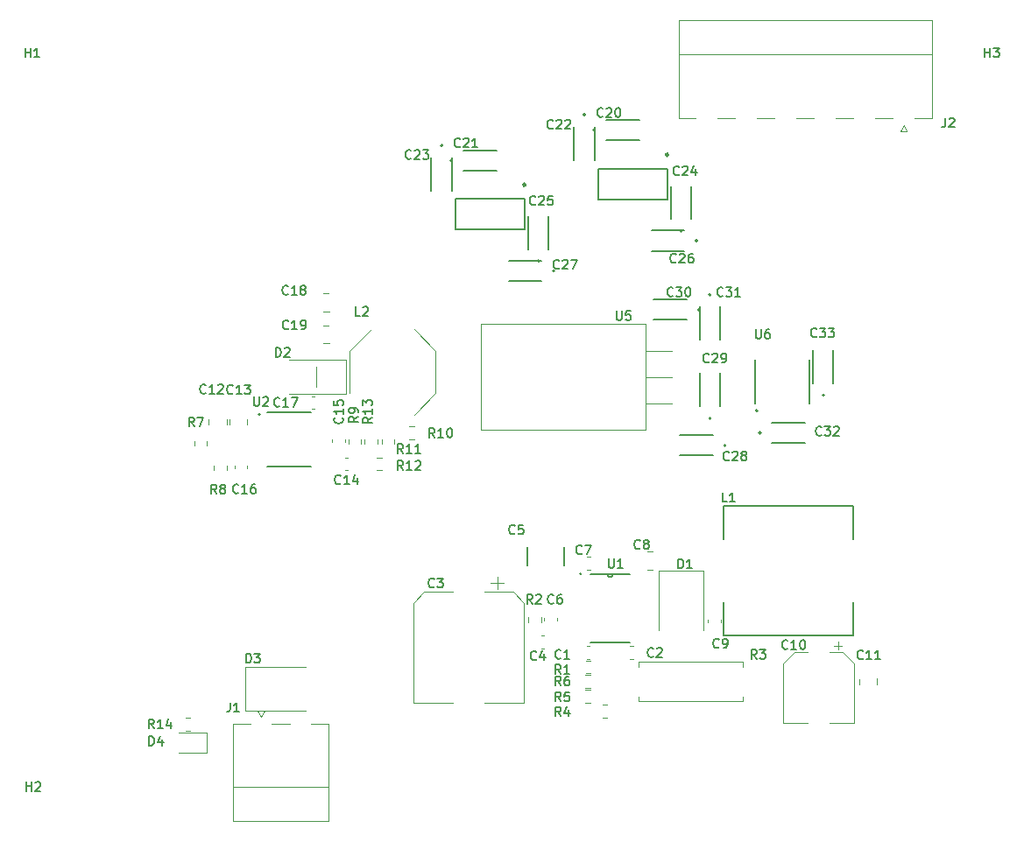
<source format=gbr>
%TF.GenerationSoftware,KiCad,Pcbnew,8.0.4*%
%TF.CreationDate,2024-10-07T11:58:35+07:00*%
%TF.ProjectId,BATTERY_CONVERTER,42415454-4552-4595-9f43-4f4e56455254,rev?*%
%TF.SameCoordinates,Original*%
%TF.FileFunction,Legend,Top*%
%TF.FilePolarity,Positive*%
%FSLAX46Y46*%
G04 Gerber Fmt 4.6, Leading zero omitted, Abs format (unit mm)*
G04 Created by KiCad (PCBNEW 8.0.4) date 2024-10-07 11:58:35*
%MOMM*%
%LPD*%
G01*
G04 APERTURE LIST*
%ADD10C,0.152400*%
%ADD11C,0.120000*%
%ADD12C,0.200000*%
%ADD13C,0.127000*%
%ADD14C,0.250000*%
G04 APERTURE END LIST*
D10*
X59418555Y-84143421D02*
X59376222Y-84185755D01*
X59376222Y-84185755D02*
X59249222Y-84228088D01*
X59249222Y-84228088D02*
X59164555Y-84228088D01*
X59164555Y-84228088D02*
X59037555Y-84185755D01*
X59037555Y-84185755D02*
X58952889Y-84101088D01*
X58952889Y-84101088D02*
X58910555Y-84016421D01*
X58910555Y-84016421D02*
X58868222Y-83847088D01*
X58868222Y-83847088D02*
X58868222Y-83720088D01*
X58868222Y-83720088D02*
X58910555Y-83550755D01*
X58910555Y-83550755D02*
X58952889Y-83466088D01*
X58952889Y-83466088D02*
X59037555Y-83381421D01*
X59037555Y-83381421D02*
X59164555Y-83339088D01*
X59164555Y-83339088D02*
X59249222Y-83339088D01*
X59249222Y-83339088D02*
X59376222Y-83381421D01*
X59376222Y-83381421D02*
X59418555Y-83423755D01*
X60265222Y-84228088D02*
X59757222Y-84228088D01*
X60011222Y-84228088D02*
X60011222Y-83339088D01*
X60011222Y-83339088D02*
X59926555Y-83466088D01*
X59926555Y-83466088D02*
X59841889Y-83550755D01*
X59841889Y-83550755D02*
X59757222Y-83593088D01*
X60603889Y-83423755D02*
X60646222Y-83381421D01*
X60646222Y-83381421D02*
X60730889Y-83339088D01*
X60730889Y-83339088D02*
X60942556Y-83339088D01*
X60942556Y-83339088D02*
X61027222Y-83381421D01*
X61027222Y-83381421D02*
X61069556Y-83423755D01*
X61069556Y-83423755D02*
X61111889Y-83508421D01*
X61111889Y-83508421D02*
X61111889Y-83593088D01*
X61111889Y-83593088D02*
X61069556Y-83720088D01*
X61069556Y-83720088D02*
X60561556Y-84228088D01*
X60561556Y-84228088D02*
X61111889Y-84228088D01*
X67394155Y-77920421D02*
X67351822Y-77962755D01*
X67351822Y-77962755D02*
X67224822Y-78005088D01*
X67224822Y-78005088D02*
X67140155Y-78005088D01*
X67140155Y-78005088D02*
X67013155Y-77962755D01*
X67013155Y-77962755D02*
X66928489Y-77878088D01*
X66928489Y-77878088D02*
X66886155Y-77793421D01*
X66886155Y-77793421D02*
X66843822Y-77624088D01*
X66843822Y-77624088D02*
X66843822Y-77497088D01*
X66843822Y-77497088D02*
X66886155Y-77327755D01*
X66886155Y-77327755D02*
X66928489Y-77243088D01*
X66928489Y-77243088D02*
X67013155Y-77158421D01*
X67013155Y-77158421D02*
X67140155Y-77116088D01*
X67140155Y-77116088D02*
X67224822Y-77116088D01*
X67224822Y-77116088D02*
X67351822Y-77158421D01*
X67351822Y-77158421D02*
X67394155Y-77200755D01*
X68240822Y-78005088D02*
X67732822Y-78005088D01*
X67986822Y-78005088D02*
X67986822Y-77116088D01*
X67986822Y-77116088D02*
X67902155Y-77243088D01*
X67902155Y-77243088D02*
X67817489Y-77327755D01*
X67817489Y-77327755D02*
X67732822Y-77370088D01*
X68664156Y-78005088D02*
X68833489Y-78005088D01*
X68833489Y-78005088D02*
X68918156Y-77962755D01*
X68918156Y-77962755D02*
X68960489Y-77920421D01*
X68960489Y-77920421D02*
X69045156Y-77793421D01*
X69045156Y-77793421D02*
X69087489Y-77624088D01*
X69087489Y-77624088D02*
X69087489Y-77285421D01*
X69087489Y-77285421D02*
X69045156Y-77200755D01*
X69045156Y-77200755D02*
X69002822Y-77158421D01*
X69002822Y-77158421D02*
X68918156Y-77116088D01*
X68918156Y-77116088D02*
X68748822Y-77116088D01*
X68748822Y-77116088D02*
X68664156Y-77158421D01*
X68664156Y-77158421D02*
X68621822Y-77200755D01*
X68621822Y-77200755D02*
X68579489Y-77285421D01*
X68579489Y-77285421D02*
X68579489Y-77497088D01*
X68579489Y-77497088D02*
X68621822Y-77581755D01*
X68621822Y-77581755D02*
X68664156Y-77624088D01*
X68664156Y-77624088D02*
X68748822Y-77666421D01*
X68748822Y-77666421D02*
X68918156Y-77666421D01*
X68918156Y-77666421D02*
X69002822Y-77624088D01*
X69002822Y-77624088D02*
X69045156Y-77581755D01*
X69045156Y-77581755D02*
X69087489Y-77497088D01*
X102691689Y-109645021D02*
X102649356Y-109687355D01*
X102649356Y-109687355D02*
X102522356Y-109729688D01*
X102522356Y-109729688D02*
X102437689Y-109729688D01*
X102437689Y-109729688D02*
X102310689Y-109687355D01*
X102310689Y-109687355D02*
X102226023Y-109602688D01*
X102226023Y-109602688D02*
X102183689Y-109518021D01*
X102183689Y-109518021D02*
X102141356Y-109348688D01*
X102141356Y-109348688D02*
X102141356Y-109221688D01*
X102141356Y-109221688D02*
X102183689Y-109052355D01*
X102183689Y-109052355D02*
X102226023Y-108967688D01*
X102226023Y-108967688D02*
X102310689Y-108883021D01*
X102310689Y-108883021D02*
X102437689Y-108840688D01*
X102437689Y-108840688D02*
X102522356Y-108840688D01*
X102522356Y-108840688D02*
X102649356Y-108883021D01*
X102649356Y-108883021D02*
X102691689Y-108925355D01*
X103030356Y-108925355D02*
X103072689Y-108883021D01*
X103072689Y-108883021D02*
X103157356Y-108840688D01*
X103157356Y-108840688D02*
X103369023Y-108840688D01*
X103369023Y-108840688D02*
X103453689Y-108883021D01*
X103453689Y-108883021D02*
X103496023Y-108925355D01*
X103496023Y-108925355D02*
X103538356Y-109010021D01*
X103538356Y-109010021D02*
X103538356Y-109094688D01*
X103538356Y-109094688D02*
X103496023Y-109221688D01*
X103496023Y-109221688D02*
X102988023Y-109729688D01*
X102988023Y-109729688D02*
X103538356Y-109729688D01*
X41970866Y-51690688D02*
X41970866Y-50801688D01*
X41970866Y-51225021D02*
X42478866Y-51225021D01*
X42478866Y-51690688D02*
X42478866Y-50801688D01*
X43367866Y-51690688D02*
X42859866Y-51690688D01*
X43113866Y-51690688D02*
X43113866Y-50801688D01*
X43113866Y-50801688D02*
X43029199Y-50928688D01*
X43029199Y-50928688D02*
X42944533Y-51013355D01*
X42944533Y-51013355D02*
X42859866Y-51055688D01*
X58292489Y-87428488D02*
X57996156Y-87005155D01*
X57784489Y-87428488D02*
X57784489Y-86539488D01*
X57784489Y-86539488D02*
X58123156Y-86539488D01*
X58123156Y-86539488D02*
X58207823Y-86581821D01*
X58207823Y-86581821D02*
X58250156Y-86624155D01*
X58250156Y-86624155D02*
X58292489Y-86708821D01*
X58292489Y-86708821D02*
X58292489Y-86835821D01*
X58292489Y-86835821D02*
X58250156Y-86920488D01*
X58250156Y-86920488D02*
X58207823Y-86962821D01*
X58207823Y-86962821D02*
X58123156Y-87005155D01*
X58123156Y-87005155D02*
X57784489Y-87005155D01*
X58588823Y-86539488D02*
X59181489Y-86539488D01*
X59181489Y-86539488D02*
X58800489Y-87428488D01*
X66555955Y-85438821D02*
X66513622Y-85481155D01*
X66513622Y-85481155D02*
X66386622Y-85523488D01*
X66386622Y-85523488D02*
X66301955Y-85523488D01*
X66301955Y-85523488D02*
X66174955Y-85481155D01*
X66174955Y-85481155D02*
X66090289Y-85396488D01*
X66090289Y-85396488D02*
X66047955Y-85311821D01*
X66047955Y-85311821D02*
X66005622Y-85142488D01*
X66005622Y-85142488D02*
X66005622Y-85015488D01*
X66005622Y-85015488D02*
X66047955Y-84846155D01*
X66047955Y-84846155D02*
X66090289Y-84761488D01*
X66090289Y-84761488D02*
X66174955Y-84676821D01*
X66174955Y-84676821D02*
X66301955Y-84634488D01*
X66301955Y-84634488D02*
X66386622Y-84634488D01*
X66386622Y-84634488D02*
X66513622Y-84676821D01*
X66513622Y-84676821D02*
X66555955Y-84719155D01*
X67402622Y-85523488D02*
X66894622Y-85523488D01*
X67148622Y-85523488D02*
X67148622Y-84634488D01*
X67148622Y-84634488D02*
X67063955Y-84761488D01*
X67063955Y-84761488D02*
X66979289Y-84846155D01*
X66979289Y-84846155D02*
X66894622Y-84888488D01*
X67698956Y-84634488D02*
X68291622Y-84634488D01*
X68291622Y-84634488D02*
X67910622Y-85523488D01*
X93014289Y-104488821D02*
X92971956Y-104531155D01*
X92971956Y-104531155D02*
X92844956Y-104573488D01*
X92844956Y-104573488D02*
X92760289Y-104573488D01*
X92760289Y-104573488D02*
X92633289Y-104531155D01*
X92633289Y-104531155D02*
X92548623Y-104446488D01*
X92548623Y-104446488D02*
X92506289Y-104361821D01*
X92506289Y-104361821D02*
X92463956Y-104192488D01*
X92463956Y-104192488D02*
X92463956Y-104065488D01*
X92463956Y-104065488D02*
X92506289Y-103896155D01*
X92506289Y-103896155D02*
X92548623Y-103811488D01*
X92548623Y-103811488D02*
X92633289Y-103726821D01*
X92633289Y-103726821D02*
X92760289Y-103684488D01*
X92760289Y-103684488D02*
X92844956Y-103684488D01*
X92844956Y-103684488D02*
X92971956Y-103726821D01*
X92971956Y-103726821D02*
X93014289Y-103769155D01*
X93776289Y-103684488D02*
X93606956Y-103684488D01*
X93606956Y-103684488D02*
X93522289Y-103726821D01*
X93522289Y-103726821D02*
X93479956Y-103769155D01*
X93479956Y-103769155D02*
X93395289Y-103896155D01*
X93395289Y-103896155D02*
X93352956Y-104065488D01*
X93352956Y-104065488D02*
X93352956Y-104404155D01*
X93352956Y-104404155D02*
X93395289Y-104488821D01*
X93395289Y-104488821D02*
X93437623Y-104531155D01*
X93437623Y-104531155D02*
X93522289Y-104573488D01*
X93522289Y-104573488D02*
X93691623Y-104573488D01*
X93691623Y-104573488D02*
X93776289Y-104531155D01*
X93776289Y-104531155D02*
X93818623Y-104488821D01*
X93818623Y-104488821D02*
X93860956Y-104404155D01*
X93860956Y-104404155D02*
X93860956Y-104192488D01*
X93860956Y-104192488D02*
X93818623Y-104107821D01*
X93818623Y-104107821D02*
X93776289Y-104065488D01*
X93776289Y-104065488D02*
X93691623Y-104023155D01*
X93691623Y-104023155D02*
X93522289Y-104023155D01*
X93522289Y-104023155D02*
X93437623Y-104065488D01*
X93437623Y-104065488D02*
X93395289Y-104107821D01*
X93395289Y-104107821D02*
X93352956Y-104192488D01*
X64062522Y-84558288D02*
X64062522Y-85277955D01*
X64062522Y-85277955D02*
X64104856Y-85362621D01*
X64104856Y-85362621D02*
X64147189Y-85404955D01*
X64147189Y-85404955D02*
X64231856Y-85447288D01*
X64231856Y-85447288D02*
X64401189Y-85447288D01*
X64401189Y-85447288D02*
X64485856Y-85404955D01*
X64485856Y-85404955D02*
X64528189Y-85362621D01*
X64528189Y-85362621D02*
X64570522Y-85277955D01*
X64570522Y-85277955D02*
X64570522Y-84558288D01*
X64951522Y-84642955D02*
X64993855Y-84600621D01*
X64993855Y-84600621D02*
X65078522Y-84558288D01*
X65078522Y-84558288D02*
X65290189Y-84558288D01*
X65290189Y-84558288D02*
X65374855Y-84600621D01*
X65374855Y-84600621D02*
X65417189Y-84642955D01*
X65417189Y-84642955D02*
X65459522Y-84727621D01*
X65459522Y-84727621D02*
X65459522Y-84812288D01*
X65459522Y-84812288D02*
X65417189Y-84939288D01*
X65417189Y-84939288D02*
X64909189Y-85447288D01*
X64909189Y-85447288D02*
X65459522Y-85447288D01*
X115679555Y-108883021D02*
X115637222Y-108925355D01*
X115637222Y-108925355D02*
X115510222Y-108967688D01*
X115510222Y-108967688D02*
X115425555Y-108967688D01*
X115425555Y-108967688D02*
X115298555Y-108925355D01*
X115298555Y-108925355D02*
X115213889Y-108840688D01*
X115213889Y-108840688D02*
X115171555Y-108756021D01*
X115171555Y-108756021D02*
X115129222Y-108586688D01*
X115129222Y-108586688D02*
X115129222Y-108459688D01*
X115129222Y-108459688D02*
X115171555Y-108290355D01*
X115171555Y-108290355D02*
X115213889Y-108205688D01*
X115213889Y-108205688D02*
X115298555Y-108121021D01*
X115298555Y-108121021D02*
X115425555Y-108078688D01*
X115425555Y-108078688D02*
X115510222Y-108078688D01*
X115510222Y-108078688D02*
X115637222Y-108121021D01*
X115637222Y-108121021D02*
X115679555Y-108163355D01*
X116526222Y-108967688D02*
X116018222Y-108967688D01*
X116272222Y-108967688D02*
X116272222Y-108078688D01*
X116272222Y-108078688D02*
X116187555Y-108205688D01*
X116187555Y-108205688D02*
X116102889Y-108290355D01*
X116102889Y-108290355D02*
X116018222Y-108332688D01*
X117076556Y-108078688D02*
X117161222Y-108078688D01*
X117161222Y-108078688D02*
X117245889Y-108121021D01*
X117245889Y-108121021D02*
X117288222Y-108163355D01*
X117288222Y-108163355D02*
X117330556Y-108248021D01*
X117330556Y-108248021D02*
X117372889Y-108417355D01*
X117372889Y-108417355D02*
X117372889Y-108629021D01*
X117372889Y-108629021D02*
X117330556Y-108798355D01*
X117330556Y-108798355D02*
X117288222Y-108883021D01*
X117288222Y-108883021D02*
X117245889Y-108925355D01*
X117245889Y-108925355D02*
X117161222Y-108967688D01*
X117161222Y-108967688D02*
X117076556Y-108967688D01*
X117076556Y-108967688D02*
X116991889Y-108925355D01*
X116991889Y-108925355D02*
X116949556Y-108883021D01*
X116949556Y-108883021D02*
X116907222Y-108798355D01*
X116907222Y-108798355D02*
X116864889Y-108629021D01*
X116864889Y-108629021D02*
X116864889Y-108417355D01*
X116864889Y-108417355D02*
X116907222Y-108248021D01*
X116907222Y-108248021D02*
X116949556Y-108163355D01*
X116949556Y-108163355D02*
X116991889Y-108121021D01*
X116991889Y-108121021D02*
X117076556Y-108078688D01*
X112673889Y-109882088D02*
X112377556Y-109458755D01*
X112165889Y-109882088D02*
X112165889Y-108993088D01*
X112165889Y-108993088D02*
X112504556Y-108993088D01*
X112504556Y-108993088D02*
X112589223Y-109035421D01*
X112589223Y-109035421D02*
X112631556Y-109077755D01*
X112631556Y-109077755D02*
X112673889Y-109162421D01*
X112673889Y-109162421D02*
X112673889Y-109289421D01*
X112673889Y-109289421D02*
X112631556Y-109374088D01*
X112631556Y-109374088D02*
X112589223Y-109416421D01*
X112589223Y-109416421D02*
X112504556Y-109458755D01*
X112504556Y-109458755D02*
X112165889Y-109458755D01*
X112970223Y-108993088D02*
X113520556Y-108993088D01*
X113520556Y-108993088D02*
X113224223Y-109331755D01*
X113224223Y-109331755D02*
X113351223Y-109331755D01*
X113351223Y-109331755D02*
X113435889Y-109374088D01*
X113435889Y-109374088D02*
X113478223Y-109416421D01*
X113478223Y-109416421D02*
X113520556Y-109501088D01*
X113520556Y-109501088D02*
X113520556Y-109712755D01*
X113520556Y-109712755D02*
X113478223Y-109797421D01*
X113478223Y-109797421D02*
X113435889Y-109839755D01*
X113435889Y-109839755D02*
X113351223Y-109882088D01*
X113351223Y-109882088D02*
X113097223Y-109882088D01*
X113097223Y-109882088D02*
X113012556Y-109839755D01*
X113012556Y-109839755D02*
X112970223Y-109797421D01*
X72627733Y-86580644D02*
X72670067Y-86622977D01*
X72670067Y-86622977D02*
X72712400Y-86749977D01*
X72712400Y-86749977D02*
X72712400Y-86834644D01*
X72712400Y-86834644D02*
X72670067Y-86961644D01*
X72670067Y-86961644D02*
X72585400Y-87046311D01*
X72585400Y-87046311D02*
X72500733Y-87088644D01*
X72500733Y-87088644D02*
X72331400Y-87130977D01*
X72331400Y-87130977D02*
X72204400Y-87130977D01*
X72204400Y-87130977D02*
X72035067Y-87088644D01*
X72035067Y-87088644D02*
X71950400Y-87046311D01*
X71950400Y-87046311D02*
X71865733Y-86961644D01*
X71865733Y-86961644D02*
X71823400Y-86834644D01*
X71823400Y-86834644D02*
X71823400Y-86749977D01*
X71823400Y-86749977D02*
X71865733Y-86622977D01*
X71865733Y-86622977D02*
X71908067Y-86580644D01*
X72712400Y-85733977D02*
X72712400Y-86241977D01*
X72712400Y-85987977D02*
X71823400Y-85987977D01*
X71823400Y-85987977D02*
X71950400Y-86072644D01*
X71950400Y-86072644D02*
X72035067Y-86157311D01*
X72035067Y-86157311D02*
X72077400Y-86241977D01*
X71823400Y-84929644D02*
X71823400Y-85352977D01*
X71823400Y-85352977D02*
X72246733Y-85395310D01*
X72246733Y-85395310D02*
X72204400Y-85352977D01*
X72204400Y-85352977D02*
X72162067Y-85268310D01*
X72162067Y-85268310D02*
X72162067Y-85056644D01*
X72162067Y-85056644D02*
X72204400Y-84971977D01*
X72204400Y-84971977D02*
X72246733Y-84929644D01*
X72246733Y-84929644D02*
X72331400Y-84887310D01*
X72331400Y-84887310D02*
X72543067Y-84887310D01*
X72543067Y-84887310D02*
X72627733Y-84929644D01*
X72627733Y-84929644D02*
X72670067Y-84971977D01*
X72670067Y-84971977D02*
X72712400Y-85056644D01*
X72712400Y-85056644D02*
X72712400Y-85268310D01*
X72712400Y-85268310D02*
X72670067Y-85352977D01*
X72670067Y-85352977D02*
X72627733Y-85395310D01*
X66191889Y-80697488D02*
X66191889Y-79808488D01*
X66191889Y-79808488D02*
X66403556Y-79808488D01*
X66403556Y-79808488D02*
X66530556Y-79850821D01*
X66530556Y-79850821D02*
X66615223Y-79935488D01*
X66615223Y-79935488D02*
X66657556Y-80020155D01*
X66657556Y-80020155D02*
X66699889Y-80189488D01*
X66699889Y-80189488D02*
X66699889Y-80316488D01*
X66699889Y-80316488D02*
X66657556Y-80485821D01*
X66657556Y-80485821D02*
X66615223Y-80570488D01*
X66615223Y-80570488D02*
X66530556Y-80655155D01*
X66530556Y-80655155D02*
X66403556Y-80697488D01*
X66403556Y-80697488D02*
X66191889Y-80697488D01*
X67038556Y-79893155D02*
X67080889Y-79850821D01*
X67080889Y-79850821D02*
X67165556Y-79808488D01*
X67165556Y-79808488D02*
X67377223Y-79808488D01*
X67377223Y-79808488D02*
X67461889Y-79850821D01*
X67461889Y-79850821D02*
X67504223Y-79893155D01*
X67504223Y-79893155D02*
X67546556Y-79977821D01*
X67546556Y-79977821D02*
X67546556Y-80062488D01*
X67546556Y-80062488D02*
X67504223Y-80189488D01*
X67504223Y-80189488D02*
X66996223Y-80697488D01*
X66996223Y-80697488D02*
X67546556Y-80697488D01*
X118473555Y-78707821D02*
X118431222Y-78750155D01*
X118431222Y-78750155D02*
X118304222Y-78792488D01*
X118304222Y-78792488D02*
X118219555Y-78792488D01*
X118219555Y-78792488D02*
X118092555Y-78750155D01*
X118092555Y-78750155D02*
X118007889Y-78665488D01*
X118007889Y-78665488D02*
X117965555Y-78580821D01*
X117965555Y-78580821D02*
X117923222Y-78411488D01*
X117923222Y-78411488D02*
X117923222Y-78284488D01*
X117923222Y-78284488D02*
X117965555Y-78115155D01*
X117965555Y-78115155D02*
X118007889Y-78030488D01*
X118007889Y-78030488D02*
X118092555Y-77945821D01*
X118092555Y-77945821D02*
X118219555Y-77903488D01*
X118219555Y-77903488D02*
X118304222Y-77903488D01*
X118304222Y-77903488D02*
X118431222Y-77945821D01*
X118431222Y-77945821D02*
X118473555Y-77988155D01*
X118769889Y-77903488D02*
X119320222Y-77903488D01*
X119320222Y-77903488D02*
X119023889Y-78242155D01*
X119023889Y-78242155D02*
X119150889Y-78242155D01*
X119150889Y-78242155D02*
X119235555Y-78284488D01*
X119235555Y-78284488D02*
X119277889Y-78326821D01*
X119277889Y-78326821D02*
X119320222Y-78411488D01*
X119320222Y-78411488D02*
X119320222Y-78623155D01*
X119320222Y-78623155D02*
X119277889Y-78707821D01*
X119277889Y-78707821D02*
X119235555Y-78750155D01*
X119235555Y-78750155D02*
X119150889Y-78792488D01*
X119150889Y-78792488D02*
X118896889Y-78792488D01*
X118896889Y-78792488D02*
X118812222Y-78750155D01*
X118812222Y-78750155D02*
X118769889Y-78707821D01*
X119616556Y-77903488D02*
X120166889Y-77903488D01*
X120166889Y-77903488D02*
X119870556Y-78242155D01*
X119870556Y-78242155D02*
X119997556Y-78242155D01*
X119997556Y-78242155D02*
X120082222Y-78284488D01*
X120082222Y-78284488D02*
X120124556Y-78326821D01*
X120124556Y-78326821D02*
X120166889Y-78411488D01*
X120166889Y-78411488D02*
X120166889Y-78623155D01*
X120166889Y-78623155D02*
X120124556Y-78707821D01*
X120124556Y-78707821D02*
X120082222Y-78750155D01*
X120082222Y-78750155D02*
X119997556Y-78792488D01*
X119997556Y-78792488D02*
X119743556Y-78792488D01*
X119743556Y-78792488D02*
X119658889Y-78750155D01*
X119658889Y-78750155D02*
X119616556Y-78707821D01*
X95782889Y-99713621D02*
X95740556Y-99755955D01*
X95740556Y-99755955D02*
X95613556Y-99798288D01*
X95613556Y-99798288D02*
X95528889Y-99798288D01*
X95528889Y-99798288D02*
X95401889Y-99755955D01*
X95401889Y-99755955D02*
X95317223Y-99671288D01*
X95317223Y-99671288D02*
X95274889Y-99586621D01*
X95274889Y-99586621D02*
X95232556Y-99417288D01*
X95232556Y-99417288D02*
X95232556Y-99290288D01*
X95232556Y-99290288D02*
X95274889Y-99120955D01*
X95274889Y-99120955D02*
X95317223Y-99036288D01*
X95317223Y-99036288D02*
X95401889Y-98951621D01*
X95401889Y-98951621D02*
X95528889Y-98909288D01*
X95528889Y-98909288D02*
X95613556Y-98909288D01*
X95613556Y-98909288D02*
X95740556Y-98951621D01*
X95740556Y-98951621D02*
X95782889Y-98993955D01*
X96079223Y-98909288D02*
X96671889Y-98909288D01*
X96671889Y-98909288D02*
X96290889Y-99798288D01*
X60476889Y-93930888D02*
X60180556Y-93507555D01*
X59968889Y-93930888D02*
X59968889Y-93041888D01*
X59968889Y-93041888D02*
X60307556Y-93041888D01*
X60307556Y-93041888D02*
X60392223Y-93084221D01*
X60392223Y-93084221D02*
X60434556Y-93126555D01*
X60434556Y-93126555D02*
X60476889Y-93211221D01*
X60476889Y-93211221D02*
X60476889Y-93338221D01*
X60476889Y-93338221D02*
X60434556Y-93422888D01*
X60434556Y-93422888D02*
X60392223Y-93465221D01*
X60392223Y-93465221D02*
X60307556Y-93507555D01*
X60307556Y-93507555D02*
X59968889Y-93507555D01*
X60984889Y-93422888D02*
X60900223Y-93380555D01*
X60900223Y-93380555D02*
X60857889Y-93338221D01*
X60857889Y-93338221D02*
X60815556Y-93253555D01*
X60815556Y-93253555D02*
X60815556Y-93211221D01*
X60815556Y-93211221D02*
X60857889Y-93126555D01*
X60857889Y-93126555D02*
X60900223Y-93084221D01*
X60900223Y-93084221D02*
X60984889Y-93041888D01*
X60984889Y-93041888D02*
X61154223Y-93041888D01*
X61154223Y-93041888D02*
X61238889Y-93084221D01*
X61238889Y-93084221D02*
X61281223Y-93126555D01*
X61281223Y-93126555D02*
X61323556Y-93211221D01*
X61323556Y-93211221D02*
X61323556Y-93253555D01*
X61323556Y-93253555D02*
X61281223Y-93338221D01*
X61281223Y-93338221D02*
X61238889Y-93380555D01*
X61238889Y-93380555D02*
X61154223Y-93422888D01*
X61154223Y-93422888D02*
X60984889Y-93422888D01*
X60984889Y-93422888D02*
X60900223Y-93465221D01*
X60900223Y-93465221D02*
X60857889Y-93507555D01*
X60857889Y-93507555D02*
X60815556Y-93592221D01*
X60815556Y-93592221D02*
X60815556Y-93761555D01*
X60815556Y-93761555D02*
X60857889Y-93846221D01*
X60857889Y-93846221D02*
X60900223Y-93888555D01*
X60900223Y-93888555D02*
X60984889Y-93930888D01*
X60984889Y-93930888D02*
X61154223Y-93930888D01*
X61154223Y-93930888D02*
X61238889Y-93888555D01*
X61238889Y-93888555D02*
X61281223Y-93846221D01*
X61281223Y-93846221D02*
X61323556Y-93761555D01*
X61323556Y-93761555D02*
X61323556Y-93592221D01*
X61323556Y-93592221D02*
X61281223Y-93507555D01*
X61281223Y-93507555D02*
X61238889Y-93465221D01*
X61238889Y-93465221D02*
X61154223Y-93422888D01*
X109405755Y-74770821D02*
X109363422Y-74813155D01*
X109363422Y-74813155D02*
X109236422Y-74855488D01*
X109236422Y-74855488D02*
X109151755Y-74855488D01*
X109151755Y-74855488D02*
X109024755Y-74813155D01*
X109024755Y-74813155D02*
X108940089Y-74728488D01*
X108940089Y-74728488D02*
X108897755Y-74643821D01*
X108897755Y-74643821D02*
X108855422Y-74474488D01*
X108855422Y-74474488D02*
X108855422Y-74347488D01*
X108855422Y-74347488D02*
X108897755Y-74178155D01*
X108897755Y-74178155D02*
X108940089Y-74093488D01*
X108940089Y-74093488D02*
X109024755Y-74008821D01*
X109024755Y-74008821D02*
X109151755Y-73966488D01*
X109151755Y-73966488D02*
X109236422Y-73966488D01*
X109236422Y-73966488D02*
X109363422Y-74008821D01*
X109363422Y-74008821D02*
X109405755Y-74051155D01*
X109702089Y-73966488D02*
X110252422Y-73966488D01*
X110252422Y-73966488D02*
X109956089Y-74305155D01*
X109956089Y-74305155D02*
X110083089Y-74305155D01*
X110083089Y-74305155D02*
X110167755Y-74347488D01*
X110167755Y-74347488D02*
X110210089Y-74389821D01*
X110210089Y-74389821D02*
X110252422Y-74474488D01*
X110252422Y-74474488D02*
X110252422Y-74686155D01*
X110252422Y-74686155D02*
X110210089Y-74770821D01*
X110210089Y-74770821D02*
X110167755Y-74813155D01*
X110167755Y-74813155D02*
X110083089Y-74855488D01*
X110083089Y-74855488D02*
X109829089Y-74855488D01*
X109829089Y-74855488D02*
X109744422Y-74813155D01*
X109744422Y-74813155D02*
X109702089Y-74770821D01*
X111099089Y-74855488D02*
X110591089Y-74855488D01*
X110845089Y-74855488D02*
X110845089Y-73966488D01*
X110845089Y-73966488D02*
X110760422Y-74093488D01*
X110760422Y-74093488D02*
X110675756Y-74178155D01*
X110675756Y-74178155D02*
X110591089Y-74220488D01*
X91270155Y-65931621D02*
X91227822Y-65973955D01*
X91227822Y-65973955D02*
X91100822Y-66016288D01*
X91100822Y-66016288D02*
X91016155Y-66016288D01*
X91016155Y-66016288D02*
X90889155Y-65973955D01*
X90889155Y-65973955D02*
X90804489Y-65889288D01*
X90804489Y-65889288D02*
X90762155Y-65804621D01*
X90762155Y-65804621D02*
X90719822Y-65635288D01*
X90719822Y-65635288D02*
X90719822Y-65508288D01*
X90719822Y-65508288D02*
X90762155Y-65338955D01*
X90762155Y-65338955D02*
X90804489Y-65254288D01*
X90804489Y-65254288D02*
X90889155Y-65169621D01*
X90889155Y-65169621D02*
X91016155Y-65127288D01*
X91016155Y-65127288D02*
X91100822Y-65127288D01*
X91100822Y-65127288D02*
X91227822Y-65169621D01*
X91227822Y-65169621D02*
X91270155Y-65211955D01*
X91608822Y-65211955D02*
X91651155Y-65169621D01*
X91651155Y-65169621D02*
X91735822Y-65127288D01*
X91735822Y-65127288D02*
X91947489Y-65127288D01*
X91947489Y-65127288D02*
X92032155Y-65169621D01*
X92032155Y-65169621D02*
X92074489Y-65211955D01*
X92074489Y-65211955D02*
X92116822Y-65296621D01*
X92116822Y-65296621D02*
X92116822Y-65381288D01*
X92116822Y-65381288D02*
X92074489Y-65508288D01*
X92074489Y-65508288D02*
X91566489Y-66016288D01*
X91566489Y-66016288D02*
X92116822Y-66016288D01*
X92921156Y-65127288D02*
X92497822Y-65127288D01*
X92497822Y-65127288D02*
X92455489Y-65550621D01*
X92455489Y-65550621D02*
X92497822Y-65508288D01*
X92497822Y-65508288D02*
X92582489Y-65465955D01*
X92582489Y-65465955D02*
X92794156Y-65465955D01*
X92794156Y-65465955D02*
X92878822Y-65508288D01*
X92878822Y-65508288D02*
X92921156Y-65550621D01*
X92921156Y-65550621D02*
X92963489Y-65635288D01*
X92963489Y-65635288D02*
X92963489Y-65846955D01*
X92963489Y-65846955D02*
X92921156Y-65931621D01*
X92921156Y-65931621D02*
X92878822Y-65973955D01*
X92878822Y-65973955D02*
X92794156Y-66016288D01*
X92794156Y-66016288D02*
X92582489Y-66016288D01*
X92582489Y-66016288D02*
X92497822Y-65973955D01*
X92497822Y-65973955D02*
X92455489Y-65931621D01*
X93725489Y-111329888D02*
X93429156Y-110906555D01*
X93217489Y-111329888D02*
X93217489Y-110440888D01*
X93217489Y-110440888D02*
X93556156Y-110440888D01*
X93556156Y-110440888D02*
X93640823Y-110483221D01*
X93640823Y-110483221D02*
X93683156Y-110525555D01*
X93683156Y-110525555D02*
X93725489Y-110610221D01*
X93725489Y-110610221D02*
X93725489Y-110737221D01*
X93725489Y-110737221D02*
X93683156Y-110821888D01*
X93683156Y-110821888D02*
X93640823Y-110864221D01*
X93640823Y-110864221D02*
X93556156Y-110906555D01*
X93556156Y-110906555D02*
X93217489Y-110906555D01*
X94572156Y-111329888D02*
X94064156Y-111329888D01*
X94318156Y-111329888D02*
X94318156Y-110440888D01*
X94318156Y-110440888D02*
X94233489Y-110567888D01*
X94233489Y-110567888D02*
X94148823Y-110652555D01*
X94148823Y-110652555D02*
X94064156Y-110694888D01*
X78493955Y-91594088D02*
X78197622Y-91170755D01*
X77985955Y-91594088D02*
X77985955Y-90705088D01*
X77985955Y-90705088D02*
X78324622Y-90705088D01*
X78324622Y-90705088D02*
X78409289Y-90747421D01*
X78409289Y-90747421D02*
X78451622Y-90789755D01*
X78451622Y-90789755D02*
X78493955Y-90874421D01*
X78493955Y-90874421D02*
X78493955Y-91001421D01*
X78493955Y-91001421D02*
X78451622Y-91086088D01*
X78451622Y-91086088D02*
X78409289Y-91128421D01*
X78409289Y-91128421D02*
X78324622Y-91170755D01*
X78324622Y-91170755D02*
X77985955Y-91170755D01*
X79340622Y-91594088D02*
X78832622Y-91594088D01*
X79086622Y-91594088D02*
X79086622Y-90705088D01*
X79086622Y-90705088D02*
X79001955Y-90832088D01*
X79001955Y-90832088D02*
X78917289Y-90916755D01*
X78917289Y-90916755D02*
X78832622Y-90959088D01*
X79679289Y-90789755D02*
X79721622Y-90747421D01*
X79721622Y-90747421D02*
X79806289Y-90705088D01*
X79806289Y-90705088D02*
X80017956Y-90705088D01*
X80017956Y-90705088D02*
X80102622Y-90747421D01*
X80102622Y-90747421D02*
X80144956Y-90789755D01*
X80144956Y-90789755D02*
X80187289Y-90874421D01*
X80187289Y-90874421D02*
X80187289Y-90959088D01*
X80187289Y-90959088D02*
X80144956Y-91086088D01*
X80144956Y-91086088D02*
X79636956Y-91594088D01*
X79636956Y-91594088D02*
X80187289Y-91594088D01*
X72448755Y-92931821D02*
X72406422Y-92974155D01*
X72406422Y-92974155D02*
X72279422Y-93016488D01*
X72279422Y-93016488D02*
X72194755Y-93016488D01*
X72194755Y-93016488D02*
X72067755Y-92974155D01*
X72067755Y-92974155D02*
X71983089Y-92889488D01*
X71983089Y-92889488D02*
X71940755Y-92804821D01*
X71940755Y-92804821D02*
X71898422Y-92635488D01*
X71898422Y-92635488D02*
X71898422Y-92508488D01*
X71898422Y-92508488D02*
X71940755Y-92339155D01*
X71940755Y-92339155D02*
X71983089Y-92254488D01*
X71983089Y-92254488D02*
X72067755Y-92169821D01*
X72067755Y-92169821D02*
X72194755Y-92127488D01*
X72194755Y-92127488D02*
X72279422Y-92127488D01*
X72279422Y-92127488D02*
X72406422Y-92169821D01*
X72406422Y-92169821D02*
X72448755Y-92212155D01*
X73295422Y-93016488D02*
X72787422Y-93016488D01*
X73041422Y-93016488D02*
X73041422Y-92127488D01*
X73041422Y-92127488D02*
X72956755Y-92254488D01*
X72956755Y-92254488D02*
X72872089Y-92339155D01*
X72872089Y-92339155D02*
X72787422Y-92381488D01*
X74057422Y-92423821D02*
X74057422Y-93016488D01*
X73845756Y-92085155D02*
X73634089Y-92720155D01*
X73634089Y-92720155D02*
X74184422Y-92720155D01*
X109016289Y-108756021D02*
X108973956Y-108798355D01*
X108973956Y-108798355D02*
X108846956Y-108840688D01*
X108846956Y-108840688D02*
X108762289Y-108840688D01*
X108762289Y-108840688D02*
X108635289Y-108798355D01*
X108635289Y-108798355D02*
X108550623Y-108713688D01*
X108550623Y-108713688D02*
X108508289Y-108629021D01*
X108508289Y-108629021D02*
X108465956Y-108459688D01*
X108465956Y-108459688D02*
X108465956Y-108332688D01*
X108465956Y-108332688D02*
X108508289Y-108163355D01*
X108508289Y-108163355D02*
X108550623Y-108078688D01*
X108550623Y-108078688D02*
X108635289Y-107994021D01*
X108635289Y-107994021D02*
X108762289Y-107951688D01*
X108762289Y-107951688D02*
X108846956Y-107951688D01*
X108846956Y-107951688D02*
X108973956Y-107994021D01*
X108973956Y-107994021D02*
X109016289Y-108036355D01*
X109439623Y-108840688D02*
X109608956Y-108840688D01*
X109608956Y-108840688D02*
X109693623Y-108798355D01*
X109693623Y-108798355D02*
X109735956Y-108756021D01*
X109735956Y-108756021D02*
X109820623Y-108629021D01*
X109820623Y-108629021D02*
X109862956Y-108459688D01*
X109862956Y-108459688D02*
X109862956Y-108121021D01*
X109862956Y-108121021D02*
X109820623Y-108036355D01*
X109820623Y-108036355D02*
X109778289Y-107994021D01*
X109778289Y-107994021D02*
X109693623Y-107951688D01*
X109693623Y-107951688D02*
X109524289Y-107951688D01*
X109524289Y-107951688D02*
X109439623Y-107994021D01*
X109439623Y-107994021D02*
X109397289Y-108036355D01*
X109397289Y-108036355D02*
X109354956Y-108121021D01*
X109354956Y-108121021D02*
X109354956Y-108332688D01*
X109354956Y-108332688D02*
X109397289Y-108417355D01*
X109397289Y-108417355D02*
X109439623Y-108459688D01*
X109439623Y-108459688D02*
X109524289Y-108502021D01*
X109524289Y-108502021D02*
X109693623Y-108502021D01*
X109693623Y-108502021D02*
X109778289Y-108459688D01*
X109778289Y-108459688D02*
X109820623Y-108417355D01*
X109820623Y-108417355D02*
X109862956Y-108332688D01*
X105079289Y-101119088D02*
X105079289Y-100230088D01*
X105079289Y-100230088D02*
X105290956Y-100230088D01*
X105290956Y-100230088D02*
X105417956Y-100272421D01*
X105417956Y-100272421D02*
X105502623Y-100357088D01*
X105502623Y-100357088D02*
X105544956Y-100441755D01*
X105544956Y-100441755D02*
X105587289Y-100611088D01*
X105587289Y-100611088D02*
X105587289Y-100738088D01*
X105587289Y-100738088D02*
X105544956Y-100907421D01*
X105544956Y-100907421D02*
X105502623Y-100992088D01*
X105502623Y-100992088D02*
X105417956Y-101076755D01*
X105417956Y-101076755D02*
X105290956Y-101119088D01*
X105290956Y-101119088D02*
X105079289Y-101119088D01*
X106433956Y-101119088D02*
X105925956Y-101119088D01*
X106179956Y-101119088D02*
X106179956Y-100230088D01*
X106179956Y-100230088D02*
X106095289Y-100357088D01*
X106095289Y-100357088D02*
X106010623Y-100441755D01*
X106010623Y-100441755D02*
X105925956Y-100484088D01*
X93556155Y-72078421D02*
X93513822Y-72120755D01*
X93513822Y-72120755D02*
X93386822Y-72163088D01*
X93386822Y-72163088D02*
X93302155Y-72163088D01*
X93302155Y-72163088D02*
X93175155Y-72120755D01*
X93175155Y-72120755D02*
X93090489Y-72036088D01*
X93090489Y-72036088D02*
X93048155Y-71951421D01*
X93048155Y-71951421D02*
X93005822Y-71782088D01*
X93005822Y-71782088D02*
X93005822Y-71655088D01*
X93005822Y-71655088D02*
X93048155Y-71485755D01*
X93048155Y-71485755D02*
X93090489Y-71401088D01*
X93090489Y-71401088D02*
X93175155Y-71316421D01*
X93175155Y-71316421D02*
X93302155Y-71274088D01*
X93302155Y-71274088D02*
X93386822Y-71274088D01*
X93386822Y-71274088D02*
X93513822Y-71316421D01*
X93513822Y-71316421D02*
X93556155Y-71358755D01*
X93894822Y-71358755D02*
X93937155Y-71316421D01*
X93937155Y-71316421D02*
X94021822Y-71274088D01*
X94021822Y-71274088D02*
X94233489Y-71274088D01*
X94233489Y-71274088D02*
X94318155Y-71316421D01*
X94318155Y-71316421D02*
X94360489Y-71358755D01*
X94360489Y-71358755D02*
X94402822Y-71443421D01*
X94402822Y-71443421D02*
X94402822Y-71528088D01*
X94402822Y-71528088D02*
X94360489Y-71655088D01*
X94360489Y-71655088D02*
X93852489Y-72163088D01*
X93852489Y-72163088D02*
X94402822Y-72163088D01*
X94699156Y-71274088D02*
X95291822Y-71274088D01*
X95291822Y-71274088D02*
X94910822Y-72163088D01*
X112576522Y-78030488D02*
X112576522Y-78750155D01*
X112576522Y-78750155D02*
X112618856Y-78834821D01*
X112618856Y-78834821D02*
X112661189Y-78877155D01*
X112661189Y-78877155D02*
X112745856Y-78919488D01*
X112745856Y-78919488D02*
X112915189Y-78919488D01*
X112915189Y-78919488D02*
X112999856Y-78877155D01*
X112999856Y-78877155D02*
X113042189Y-78834821D01*
X113042189Y-78834821D02*
X113084522Y-78750155D01*
X113084522Y-78750155D02*
X113084522Y-78030488D01*
X113888855Y-78030488D02*
X113719522Y-78030488D01*
X113719522Y-78030488D02*
X113634855Y-78072821D01*
X113634855Y-78072821D02*
X113592522Y-78115155D01*
X113592522Y-78115155D02*
X113507855Y-78242155D01*
X113507855Y-78242155D02*
X113465522Y-78411488D01*
X113465522Y-78411488D02*
X113465522Y-78750155D01*
X113465522Y-78750155D02*
X113507855Y-78834821D01*
X113507855Y-78834821D02*
X113550189Y-78877155D01*
X113550189Y-78877155D02*
X113634855Y-78919488D01*
X113634855Y-78919488D02*
X113804189Y-78919488D01*
X113804189Y-78919488D02*
X113888855Y-78877155D01*
X113888855Y-78877155D02*
X113931189Y-78834821D01*
X113931189Y-78834821D02*
X113973522Y-78750155D01*
X113973522Y-78750155D02*
X113973522Y-78538488D01*
X113973522Y-78538488D02*
X113931189Y-78453821D01*
X113931189Y-78453821D02*
X113888855Y-78411488D01*
X113888855Y-78411488D02*
X113804189Y-78369155D01*
X113804189Y-78369155D02*
X113634855Y-78369155D01*
X113634855Y-78369155D02*
X113550189Y-78411488D01*
X113550189Y-78411488D02*
X113507855Y-78453821D01*
X113507855Y-78453821D02*
X113465522Y-78538488D01*
X74160200Y-86436710D02*
X73736867Y-86733043D01*
X74160200Y-86944710D02*
X73271200Y-86944710D01*
X73271200Y-86944710D02*
X73271200Y-86606043D01*
X73271200Y-86606043D02*
X73313533Y-86521377D01*
X73313533Y-86521377D02*
X73355867Y-86479043D01*
X73355867Y-86479043D02*
X73440533Y-86436710D01*
X73440533Y-86436710D02*
X73567533Y-86436710D01*
X73567533Y-86436710D02*
X73652200Y-86479043D01*
X73652200Y-86479043D02*
X73694533Y-86521377D01*
X73694533Y-86521377D02*
X73736867Y-86606043D01*
X73736867Y-86606043D02*
X73736867Y-86944710D01*
X74160200Y-86013377D02*
X74160200Y-85844043D01*
X74160200Y-85844043D02*
X74117867Y-85759377D01*
X74117867Y-85759377D02*
X74075533Y-85717043D01*
X74075533Y-85717043D02*
X73948533Y-85632377D01*
X73948533Y-85632377D02*
X73779200Y-85590043D01*
X73779200Y-85590043D02*
X73440533Y-85590043D01*
X73440533Y-85590043D02*
X73355867Y-85632377D01*
X73355867Y-85632377D02*
X73313533Y-85674710D01*
X73313533Y-85674710D02*
X73271200Y-85759377D01*
X73271200Y-85759377D02*
X73271200Y-85928710D01*
X73271200Y-85928710D02*
X73313533Y-86013377D01*
X73313533Y-86013377D02*
X73355867Y-86055710D01*
X73355867Y-86055710D02*
X73440533Y-86098043D01*
X73440533Y-86098043D02*
X73652200Y-86098043D01*
X73652200Y-86098043D02*
X73736867Y-86055710D01*
X73736867Y-86055710D02*
X73779200Y-86013377D01*
X73779200Y-86013377D02*
X73821533Y-85928710D01*
X73821533Y-85928710D02*
X73821533Y-85759377D01*
X73821533Y-85759377D02*
X73779200Y-85674710D01*
X73779200Y-85674710D02*
X73736867Y-85632377D01*
X73736867Y-85632377D02*
X73652200Y-85590043D01*
X104579755Y-74770821D02*
X104537422Y-74813155D01*
X104537422Y-74813155D02*
X104410422Y-74855488D01*
X104410422Y-74855488D02*
X104325755Y-74855488D01*
X104325755Y-74855488D02*
X104198755Y-74813155D01*
X104198755Y-74813155D02*
X104114089Y-74728488D01*
X104114089Y-74728488D02*
X104071755Y-74643821D01*
X104071755Y-74643821D02*
X104029422Y-74474488D01*
X104029422Y-74474488D02*
X104029422Y-74347488D01*
X104029422Y-74347488D02*
X104071755Y-74178155D01*
X104071755Y-74178155D02*
X104114089Y-74093488D01*
X104114089Y-74093488D02*
X104198755Y-74008821D01*
X104198755Y-74008821D02*
X104325755Y-73966488D01*
X104325755Y-73966488D02*
X104410422Y-73966488D01*
X104410422Y-73966488D02*
X104537422Y-74008821D01*
X104537422Y-74008821D02*
X104579755Y-74051155D01*
X104876089Y-73966488D02*
X105426422Y-73966488D01*
X105426422Y-73966488D02*
X105130089Y-74305155D01*
X105130089Y-74305155D02*
X105257089Y-74305155D01*
X105257089Y-74305155D02*
X105341755Y-74347488D01*
X105341755Y-74347488D02*
X105384089Y-74389821D01*
X105384089Y-74389821D02*
X105426422Y-74474488D01*
X105426422Y-74474488D02*
X105426422Y-74686155D01*
X105426422Y-74686155D02*
X105384089Y-74770821D01*
X105384089Y-74770821D02*
X105341755Y-74813155D01*
X105341755Y-74813155D02*
X105257089Y-74855488D01*
X105257089Y-74855488D02*
X105003089Y-74855488D01*
X105003089Y-74855488D02*
X104918422Y-74813155D01*
X104918422Y-74813155D02*
X104876089Y-74770821D01*
X105976756Y-73966488D02*
X106061422Y-73966488D01*
X106061422Y-73966488D02*
X106146089Y-74008821D01*
X106146089Y-74008821D02*
X106188422Y-74051155D01*
X106188422Y-74051155D02*
X106230756Y-74135821D01*
X106230756Y-74135821D02*
X106273089Y-74305155D01*
X106273089Y-74305155D02*
X106273089Y-74516821D01*
X106273089Y-74516821D02*
X106230756Y-74686155D01*
X106230756Y-74686155D02*
X106188422Y-74770821D01*
X106188422Y-74770821D02*
X106146089Y-74813155D01*
X106146089Y-74813155D02*
X106061422Y-74855488D01*
X106061422Y-74855488D02*
X105976756Y-74855488D01*
X105976756Y-74855488D02*
X105892089Y-74813155D01*
X105892089Y-74813155D02*
X105849756Y-74770821D01*
X105849756Y-74770821D02*
X105807422Y-74686155D01*
X105807422Y-74686155D02*
X105765089Y-74516821D01*
X105765089Y-74516821D02*
X105765089Y-74305155D01*
X105765089Y-74305155D02*
X105807422Y-74135821D01*
X105807422Y-74135821D02*
X105849756Y-74051155D01*
X105849756Y-74051155D02*
X105892089Y-74008821D01*
X105892089Y-74008821D02*
X105976756Y-73966488D01*
X53949089Y-118289488D02*
X53949089Y-117400488D01*
X53949089Y-117400488D02*
X54160756Y-117400488D01*
X54160756Y-117400488D02*
X54287756Y-117442821D01*
X54287756Y-117442821D02*
X54372423Y-117527488D01*
X54372423Y-117527488D02*
X54414756Y-117612155D01*
X54414756Y-117612155D02*
X54457089Y-117781488D01*
X54457089Y-117781488D02*
X54457089Y-117908488D01*
X54457089Y-117908488D02*
X54414756Y-118077821D01*
X54414756Y-118077821D02*
X54372423Y-118162488D01*
X54372423Y-118162488D02*
X54287756Y-118247155D01*
X54287756Y-118247155D02*
X54160756Y-118289488D01*
X54160756Y-118289488D02*
X53949089Y-118289488D01*
X55219089Y-117696821D02*
X55219089Y-118289488D01*
X55007423Y-117358155D02*
X54795756Y-117993155D01*
X54795756Y-117993155D02*
X55346089Y-117993155D01*
X78519355Y-90019288D02*
X78223022Y-89595955D01*
X78011355Y-90019288D02*
X78011355Y-89130288D01*
X78011355Y-89130288D02*
X78350022Y-89130288D01*
X78350022Y-89130288D02*
X78434689Y-89172621D01*
X78434689Y-89172621D02*
X78477022Y-89214955D01*
X78477022Y-89214955D02*
X78519355Y-89299621D01*
X78519355Y-89299621D02*
X78519355Y-89426621D01*
X78519355Y-89426621D02*
X78477022Y-89511288D01*
X78477022Y-89511288D02*
X78434689Y-89553621D01*
X78434689Y-89553621D02*
X78350022Y-89595955D01*
X78350022Y-89595955D02*
X78011355Y-89595955D01*
X79366022Y-90019288D02*
X78858022Y-90019288D01*
X79112022Y-90019288D02*
X79112022Y-89130288D01*
X79112022Y-89130288D02*
X79027355Y-89257288D01*
X79027355Y-89257288D02*
X78942689Y-89341955D01*
X78942689Y-89341955D02*
X78858022Y-89384288D01*
X80212689Y-90019288D02*
X79704689Y-90019288D01*
X79958689Y-90019288D02*
X79958689Y-89130288D01*
X79958689Y-89130288D02*
X79874022Y-89257288D01*
X79874022Y-89257288D02*
X79789356Y-89341955D01*
X79789356Y-89341955D02*
X79704689Y-89384288D01*
X99114522Y-76252488D02*
X99114522Y-76972155D01*
X99114522Y-76972155D02*
X99156856Y-77056821D01*
X99156856Y-77056821D02*
X99199189Y-77099155D01*
X99199189Y-77099155D02*
X99283856Y-77141488D01*
X99283856Y-77141488D02*
X99453189Y-77141488D01*
X99453189Y-77141488D02*
X99537856Y-77099155D01*
X99537856Y-77099155D02*
X99580189Y-77056821D01*
X99580189Y-77056821D02*
X99622522Y-76972155D01*
X99622522Y-76972155D02*
X99622522Y-76252488D01*
X100469189Y-76252488D02*
X100045855Y-76252488D01*
X100045855Y-76252488D02*
X100003522Y-76675821D01*
X100003522Y-76675821D02*
X100045855Y-76633488D01*
X100045855Y-76633488D02*
X100130522Y-76591155D01*
X100130522Y-76591155D02*
X100342189Y-76591155D01*
X100342189Y-76591155D02*
X100426855Y-76633488D01*
X100426855Y-76633488D02*
X100469189Y-76675821D01*
X100469189Y-76675821D02*
X100511522Y-76760488D01*
X100511522Y-76760488D02*
X100511522Y-76972155D01*
X100511522Y-76972155D02*
X100469189Y-77056821D01*
X100469189Y-77056821D02*
X100426855Y-77099155D01*
X100426855Y-77099155D02*
X100342189Y-77141488D01*
X100342189Y-77141488D02*
X100130522Y-77141488D01*
X100130522Y-77141488D02*
X100045855Y-77099155D01*
X100045855Y-77099155D02*
X100003522Y-77056821D01*
X75481000Y-86529844D02*
X75057667Y-86826177D01*
X75481000Y-87037844D02*
X74592000Y-87037844D01*
X74592000Y-87037844D02*
X74592000Y-86699177D01*
X74592000Y-86699177D02*
X74634333Y-86614511D01*
X74634333Y-86614511D02*
X74676667Y-86572177D01*
X74676667Y-86572177D02*
X74761333Y-86529844D01*
X74761333Y-86529844D02*
X74888333Y-86529844D01*
X74888333Y-86529844D02*
X74973000Y-86572177D01*
X74973000Y-86572177D02*
X75015333Y-86614511D01*
X75015333Y-86614511D02*
X75057667Y-86699177D01*
X75057667Y-86699177D02*
X75057667Y-87037844D01*
X75481000Y-85683177D02*
X75481000Y-86191177D01*
X75481000Y-85937177D02*
X74592000Y-85937177D01*
X74592000Y-85937177D02*
X74719000Y-86021844D01*
X74719000Y-86021844D02*
X74803667Y-86106511D01*
X74803667Y-86106511D02*
X74846000Y-86191177D01*
X74592000Y-85386844D02*
X74592000Y-84836510D01*
X74592000Y-84836510D02*
X74930667Y-85132844D01*
X74930667Y-85132844D02*
X74930667Y-85005844D01*
X74930667Y-85005844D02*
X74973000Y-84921177D01*
X74973000Y-84921177D02*
X75015333Y-84878844D01*
X75015333Y-84878844D02*
X75100000Y-84836510D01*
X75100000Y-84836510D02*
X75311667Y-84836510D01*
X75311667Y-84836510D02*
X75396333Y-84878844D01*
X75396333Y-84878844D02*
X75438667Y-84921177D01*
X75438667Y-84921177D02*
X75481000Y-85005844D01*
X75481000Y-85005844D02*
X75481000Y-85259844D01*
X75481000Y-85259844D02*
X75438667Y-85344510D01*
X75438667Y-85344510D02*
X75396333Y-85386844D01*
X122969355Y-109848221D02*
X122927022Y-109890555D01*
X122927022Y-109890555D02*
X122800022Y-109932888D01*
X122800022Y-109932888D02*
X122715355Y-109932888D01*
X122715355Y-109932888D02*
X122588355Y-109890555D01*
X122588355Y-109890555D02*
X122503689Y-109805888D01*
X122503689Y-109805888D02*
X122461355Y-109721221D01*
X122461355Y-109721221D02*
X122419022Y-109551888D01*
X122419022Y-109551888D02*
X122419022Y-109424888D01*
X122419022Y-109424888D02*
X122461355Y-109255555D01*
X122461355Y-109255555D02*
X122503689Y-109170888D01*
X122503689Y-109170888D02*
X122588355Y-109086221D01*
X122588355Y-109086221D02*
X122715355Y-109043888D01*
X122715355Y-109043888D02*
X122800022Y-109043888D01*
X122800022Y-109043888D02*
X122927022Y-109086221D01*
X122927022Y-109086221D02*
X122969355Y-109128555D01*
X123816022Y-109932888D02*
X123308022Y-109932888D01*
X123562022Y-109932888D02*
X123562022Y-109043888D01*
X123562022Y-109043888D02*
X123477355Y-109170888D01*
X123477355Y-109170888D02*
X123392689Y-109255555D01*
X123392689Y-109255555D02*
X123308022Y-109297888D01*
X124662689Y-109932888D02*
X124154689Y-109932888D01*
X124408689Y-109932888D02*
X124408689Y-109043888D01*
X124408689Y-109043888D02*
X124324022Y-109170888D01*
X124324022Y-109170888D02*
X124239356Y-109255555D01*
X124239356Y-109255555D02*
X124154689Y-109297888D01*
X108034155Y-81146221D02*
X107991822Y-81188555D01*
X107991822Y-81188555D02*
X107864822Y-81230888D01*
X107864822Y-81230888D02*
X107780155Y-81230888D01*
X107780155Y-81230888D02*
X107653155Y-81188555D01*
X107653155Y-81188555D02*
X107568489Y-81103888D01*
X107568489Y-81103888D02*
X107526155Y-81019221D01*
X107526155Y-81019221D02*
X107483822Y-80849888D01*
X107483822Y-80849888D02*
X107483822Y-80722888D01*
X107483822Y-80722888D02*
X107526155Y-80553555D01*
X107526155Y-80553555D02*
X107568489Y-80468888D01*
X107568489Y-80468888D02*
X107653155Y-80384221D01*
X107653155Y-80384221D02*
X107780155Y-80341888D01*
X107780155Y-80341888D02*
X107864822Y-80341888D01*
X107864822Y-80341888D02*
X107991822Y-80384221D01*
X107991822Y-80384221D02*
X108034155Y-80426555D01*
X108372822Y-80426555D02*
X108415155Y-80384221D01*
X108415155Y-80384221D02*
X108499822Y-80341888D01*
X108499822Y-80341888D02*
X108711489Y-80341888D01*
X108711489Y-80341888D02*
X108796155Y-80384221D01*
X108796155Y-80384221D02*
X108838489Y-80426555D01*
X108838489Y-80426555D02*
X108880822Y-80511221D01*
X108880822Y-80511221D02*
X108880822Y-80595888D01*
X108880822Y-80595888D02*
X108838489Y-80722888D01*
X108838489Y-80722888D02*
X108330489Y-81230888D01*
X108330489Y-81230888D02*
X108880822Y-81230888D01*
X109304156Y-81230888D02*
X109473489Y-81230888D01*
X109473489Y-81230888D02*
X109558156Y-81188555D01*
X109558156Y-81188555D02*
X109600489Y-81146221D01*
X109600489Y-81146221D02*
X109685156Y-81019221D01*
X109685156Y-81019221D02*
X109727489Y-80849888D01*
X109727489Y-80849888D02*
X109727489Y-80511221D01*
X109727489Y-80511221D02*
X109685156Y-80426555D01*
X109685156Y-80426555D02*
X109642822Y-80384221D01*
X109642822Y-80384221D02*
X109558156Y-80341888D01*
X109558156Y-80341888D02*
X109388822Y-80341888D01*
X109388822Y-80341888D02*
X109304156Y-80384221D01*
X109304156Y-80384221D02*
X109261822Y-80426555D01*
X109261822Y-80426555D02*
X109219489Y-80511221D01*
X109219489Y-80511221D02*
X109219489Y-80722888D01*
X109219489Y-80722888D02*
X109261822Y-80807555D01*
X109261822Y-80807555D02*
X109304156Y-80849888D01*
X109304156Y-80849888D02*
X109388822Y-80892221D01*
X109388822Y-80892221D02*
X109558156Y-80892221D01*
X109558156Y-80892221D02*
X109642822Y-80849888D01*
X109642822Y-80849888D02*
X109685156Y-80807555D01*
X109685156Y-80807555D02*
X109727489Y-80722888D01*
X54414755Y-116613088D02*
X54118422Y-116189755D01*
X53906755Y-116613088D02*
X53906755Y-115724088D01*
X53906755Y-115724088D02*
X54245422Y-115724088D01*
X54245422Y-115724088D02*
X54330089Y-115766421D01*
X54330089Y-115766421D02*
X54372422Y-115808755D01*
X54372422Y-115808755D02*
X54414755Y-115893421D01*
X54414755Y-115893421D02*
X54414755Y-116020421D01*
X54414755Y-116020421D02*
X54372422Y-116105088D01*
X54372422Y-116105088D02*
X54330089Y-116147421D01*
X54330089Y-116147421D02*
X54245422Y-116189755D01*
X54245422Y-116189755D02*
X53906755Y-116189755D01*
X55261422Y-116613088D02*
X54753422Y-116613088D01*
X55007422Y-116613088D02*
X55007422Y-115724088D01*
X55007422Y-115724088D02*
X54922755Y-115851088D01*
X54922755Y-115851088D02*
X54838089Y-115935755D01*
X54838089Y-115935755D02*
X54753422Y-115978088D01*
X56023422Y-116020421D02*
X56023422Y-116613088D01*
X55811756Y-115681755D02*
X55600089Y-116316755D01*
X55600089Y-116316755D02*
X56150422Y-116316755D01*
X105163955Y-63036021D02*
X105121622Y-63078355D01*
X105121622Y-63078355D02*
X104994622Y-63120688D01*
X104994622Y-63120688D02*
X104909955Y-63120688D01*
X104909955Y-63120688D02*
X104782955Y-63078355D01*
X104782955Y-63078355D02*
X104698289Y-62993688D01*
X104698289Y-62993688D02*
X104655955Y-62909021D01*
X104655955Y-62909021D02*
X104613622Y-62739688D01*
X104613622Y-62739688D02*
X104613622Y-62612688D01*
X104613622Y-62612688D02*
X104655955Y-62443355D01*
X104655955Y-62443355D02*
X104698289Y-62358688D01*
X104698289Y-62358688D02*
X104782955Y-62274021D01*
X104782955Y-62274021D02*
X104909955Y-62231688D01*
X104909955Y-62231688D02*
X104994622Y-62231688D01*
X104994622Y-62231688D02*
X105121622Y-62274021D01*
X105121622Y-62274021D02*
X105163955Y-62316355D01*
X105502622Y-62316355D02*
X105544955Y-62274021D01*
X105544955Y-62274021D02*
X105629622Y-62231688D01*
X105629622Y-62231688D02*
X105841289Y-62231688D01*
X105841289Y-62231688D02*
X105925955Y-62274021D01*
X105925955Y-62274021D02*
X105968289Y-62316355D01*
X105968289Y-62316355D02*
X106010622Y-62401021D01*
X106010622Y-62401021D02*
X106010622Y-62485688D01*
X106010622Y-62485688D02*
X105968289Y-62612688D01*
X105968289Y-62612688D02*
X105460289Y-63120688D01*
X105460289Y-63120688D02*
X106010622Y-63120688D01*
X106772622Y-62528021D02*
X106772622Y-63120688D01*
X106560956Y-62189355D02*
X106349289Y-62824355D01*
X106349289Y-62824355D02*
X106899622Y-62824355D01*
X130915322Y-57558088D02*
X130915322Y-58193088D01*
X130915322Y-58193088D02*
X130872989Y-58320088D01*
X130872989Y-58320088D02*
X130788322Y-58404755D01*
X130788322Y-58404755D02*
X130661322Y-58447088D01*
X130661322Y-58447088D02*
X130576656Y-58447088D01*
X131296322Y-57642755D02*
X131338655Y-57600421D01*
X131338655Y-57600421D02*
X131423322Y-57558088D01*
X131423322Y-57558088D02*
X131634989Y-57558088D01*
X131634989Y-57558088D02*
X131719655Y-57600421D01*
X131719655Y-57600421D02*
X131761989Y-57642755D01*
X131761989Y-57642755D02*
X131804322Y-57727421D01*
X131804322Y-57727421D02*
X131804322Y-57812088D01*
X131804322Y-57812088D02*
X131761989Y-57939088D01*
X131761989Y-57939088D02*
X131253989Y-58447088D01*
X131253989Y-58447088D02*
X131804322Y-58447088D01*
X74370689Y-76709688D02*
X73947355Y-76709688D01*
X73947355Y-76709688D02*
X73947355Y-75820688D01*
X74624689Y-75905355D02*
X74667022Y-75863021D01*
X74667022Y-75863021D02*
X74751689Y-75820688D01*
X74751689Y-75820688D02*
X74963356Y-75820688D01*
X74963356Y-75820688D02*
X75048022Y-75863021D01*
X75048022Y-75863021D02*
X75090356Y-75905355D01*
X75090356Y-75905355D02*
X75132689Y-75990021D01*
X75132689Y-75990021D02*
X75132689Y-76074688D01*
X75132689Y-76074688D02*
X75090356Y-76201688D01*
X75090356Y-76201688D02*
X74582356Y-76709688D01*
X74582356Y-76709688D02*
X75132689Y-76709688D01*
X63296289Y-110288488D02*
X63296289Y-109399488D01*
X63296289Y-109399488D02*
X63507956Y-109399488D01*
X63507956Y-109399488D02*
X63634956Y-109441821D01*
X63634956Y-109441821D02*
X63719623Y-109526488D01*
X63719623Y-109526488D02*
X63761956Y-109611155D01*
X63761956Y-109611155D02*
X63804289Y-109780488D01*
X63804289Y-109780488D02*
X63804289Y-109907488D01*
X63804289Y-109907488D02*
X63761956Y-110076821D01*
X63761956Y-110076821D02*
X63719623Y-110161488D01*
X63719623Y-110161488D02*
X63634956Y-110246155D01*
X63634956Y-110246155D02*
X63507956Y-110288488D01*
X63507956Y-110288488D02*
X63296289Y-110288488D01*
X64100623Y-109399488D02*
X64650956Y-109399488D01*
X64650956Y-109399488D02*
X64354623Y-109738155D01*
X64354623Y-109738155D02*
X64481623Y-109738155D01*
X64481623Y-109738155D02*
X64566289Y-109780488D01*
X64566289Y-109780488D02*
X64608623Y-109822821D01*
X64608623Y-109822821D02*
X64650956Y-109907488D01*
X64650956Y-109907488D02*
X64650956Y-110119155D01*
X64650956Y-110119155D02*
X64608623Y-110203821D01*
X64608623Y-110203821D02*
X64566289Y-110246155D01*
X64566289Y-110246155D02*
X64481623Y-110288488D01*
X64481623Y-110288488D02*
X64227623Y-110288488D01*
X64227623Y-110288488D02*
X64142956Y-110246155D01*
X64142956Y-110246155D02*
X64100623Y-110203821D01*
X93725489Y-115444688D02*
X93429156Y-115021355D01*
X93217489Y-115444688D02*
X93217489Y-114555688D01*
X93217489Y-114555688D02*
X93556156Y-114555688D01*
X93556156Y-114555688D02*
X93640823Y-114598021D01*
X93640823Y-114598021D02*
X93683156Y-114640355D01*
X93683156Y-114640355D02*
X93725489Y-114725021D01*
X93725489Y-114725021D02*
X93725489Y-114852021D01*
X93725489Y-114852021D02*
X93683156Y-114936688D01*
X93683156Y-114936688D02*
X93640823Y-114979021D01*
X93640823Y-114979021D02*
X93556156Y-115021355D01*
X93556156Y-115021355D02*
X93217489Y-115021355D01*
X94487489Y-114852021D02*
X94487489Y-115444688D01*
X94275823Y-114513355D02*
X94064156Y-115148355D01*
X94064156Y-115148355D02*
X94614489Y-115148355D01*
X109829089Y-94718288D02*
X109405755Y-94718288D01*
X109405755Y-94718288D02*
X109405755Y-93829288D01*
X110591089Y-94718288D02*
X110083089Y-94718288D01*
X110337089Y-94718288D02*
X110337089Y-93829288D01*
X110337089Y-93829288D02*
X110252422Y-93956288D01*
X110252422Y-93956288D02*
X110167756Y-94040955D01*
X110167756Y-94040955D02*
X110083089Y-94083288D01*
X104859155Y-71494221D02*
X104816822Y-71536555D01*
X104816822Y-71536555D02*
X104689822Y-71578888D01*
X104689822Y-71578888D02*
X104605155Y-71578888D01*
X104605155Y-71578888D02*
X104478155Y-71536555D01*
X104478155Y-71536555D02*
X104393489Y-71451888D01*
X104393489Y-71451888D02*
X104351155Y-71367221D01*
X104351155Y-71367221D02*
X104308822Y-71197888D01*
X104308822Y-71197888D02*
X104308822Y-71070888D01*
X104308822Y-71070888D02*
X104351155Y-70901555D01*
X104351155Y-70901555D02*
X104393489Y-70816888D01*
X104393489Y-70816888D02*
X104478155Y-70732221D01*
X104478155Y-70732221D02*
X104605155Y-70689888D01*
X104605155Y-70689888D02*
X104689822Y-70689888D01*
X104689822Y-70689888D02*
X104816822Y-70732221D01*
X104816822Y-70732221D02*
X104859155Y-70774555D01*
X105197822Y-70774555D02*
X105240155Y-70732221D01*
X105240155Y-70732221D02*
X105324822Y-70689888D01*
X105324822Y-70689888D02*
X105536489Y-70689888D01*
X105536489Y-70689888D02*
X105621155Y-70732221D01*
X105621155Y-70732221D02*
X105663489Y-70774555D01*
X105663489Y-70774555D02*
X105705822Y-70859221D01*
X105705822Y-70859221D02*
X105705822Y-70943888D01*
X105705822Y-70943888D02*
X105663489Y-71070888D01*
X105663489Y-71070888D02*
X105155489Y-71578888D01*
X105155489Y-71578888D02*
X105705822Y-71578888D01*
X106467822Y-70689888D02*
X106298489Y-70689888D01*
X106298489Y-70689888D02*
X106213822Y-70732221D01*
X106213822Y-70732221D02*
X106171489Y-70774555D01*
X106171489Y-70774555D02*
X106086822Y-70901555D01*
X106086822Y-70901555D02*
X106044489Y-71070888D01*
X106044489Y-71070888D02*
X106044489Y-71409555D01*
X106044489Y-71409555D02*
X106086822Y-71494221D01*
X106086822Y-71494221D02*
X106129156Y-71536555D01*
X106129156Y-71536555D02*
X106213822Y-71578888D01*
X106213822Y-71578888D02*
X106383156Y-71578888D01*
X106383156Y-71578888D02*
X106467822Y-71536555D01*
X106467822Y-71536555D02*
X106510156Y-71494221D01*
X106510156Y-71494221D02*
X106552489Y-71409555D01*
X106552489Y-71409555D02*
X106552489Y-71197888D01*
X106552489Y-71197888D02*
X106510156Y-71113221D01*
X106510156Y-71113221D02*
X106467822Y-71070888D01*
X106467822Y-71070888D02*
X106383156Y-71028555D01*
X106383156Y-71028555D02*
X106213822Y-71028555D01*
X106213822Y-71028555D02*
X106129156Y-71070888D01*
X106129156Y-71070888D02*
X106086822Y-71113221D01*
X106086822Y-71113221D02*
X106044489Y-71197888D01*
X61776522Y-114123888D02*
X61776522Y-114758888D01*
X61776522Y-114758888D02*
X61734189Y-114885888D01*
X61734189Y-114885888D02*
X61649522Y-114970555D01*
X61649522Y-114970555D02*
X61522522Y-115012888D01*
X61522522Y-115012888D02*
X61437856Y-115012888D01*
X62665522Y-115012888D02*
X62157522Y-115012888D01*
X62411522Y-115012888D02*
X62411522Y-114123888D01*
X62411522Y-114123888D02*
X62326855Y-114250888D01*
X62326855Y-114250888D02*
X62242189Y-114335555D01*
X62242189Y-114335555D02*
X62157522Y-114377888D01*
X98377922Y-100204688D02*
X98377922Y-100924355D01*
X98377922Y-100924355D02*
X98420256Y-101009021D01*
X98420256Y-101009021D02*
X98462589Y-101051355D01*
X98462589Y-101051355D02*
X98547256Y-101093688D01*
X98547256Y-101093688D02*
X98716589Y-101093688D01*
X98716589Y-101093688D02*
X98801256Y-101051355D01*
X98801256Y-101051355D02*
X98843589Y-101009021D01*
X98843589Y-101009021D02*
X98885922Y-100924355D01*
X98885922Y-100924355D02*
X98885922Y-100204688D01*
X99774922Y-101093688D02*
X99266922Y-101093688D01*
X99520922Y-101093688D02*
X99520922Y-100204688D01*
X99520922Y-100204688D02*
X99436255Y-100331688D01*
X99436255Y-100331688D02*
X99351589Y-100416355D01*
X99351589Y-100416355D02*
X99266922Y-100458688D01*
X93725489Y-113996888D02*
X93429156Y-113573555D01*
X93217489Y-113996888D02*
X93217489Y-113107888D01*
X93217489Y-113107888D02*
X93556156Y-113107888D01*
X93556156Y-113107888D02*
X93640823Y-113150221D01*
X93640823Y-113150221D02*
X93683156Y-113192555D01*
X93683156Y-113192555D02*
X93725489Y-113277221D01*
X93725489Y-113277221D02*
X93725489Y-113404221D01*
X93725489Y-113404221D02*
X93683156Y-113488888D01*
X93683156Y-113488888D02*
X93640823Y-113531221D01*
X93640823Y-113531221D02*
X93556156Y-113573555D01*
X93556156Y-113573555D02*
X93217489Y-113573555D01*
X94529823Y-113107888D02*
X94106489Y-113107888D01*
X94106489Y-113107888D02*
X94064156Y-113531221D01*
X94064156Y-113531221D02*
X94106489Y-113488888D01*
X94106489Y-113488888D02*
X94191156Y-113446555D01*
X94191156Y-113446555D02*
X94402823Y-113446555D01*
X94402823Y-113446555D02*
X94487489Y-113488888D01*
X94487489Y-113488888D02*
X94529823Y-113531221D01*
X94529823Y-113531221D02*
X94572156Y-113615888D01*
X94572156Y-113615888D02*
X94572156Y-113827555D01*
X94572156Y-113827555D02*
X94529823Y-113912221D01*
X94529823Y-113912221D02*
X94487489Y-113954555D01*
X94487489Y-113954555D02*
X94402823Y-113996888D01*
X94402823Y-113996888D02*
X94191156Y-113996888D01*
X94191156Y-113996888D02*
X94106489Y-113954555D01*
X94106489Y-113954555D02*
X94064156Y-113912221D01*
X101396289Y-99205621D02*
X101353956Y-99247955D01*
X101353956Y-99247955D02*
X101226956Y-99290288D01*
X101226956Y-99290288D02*
X101142289Y-99290288D01*
X101142289Y-99290288D02*
X101015289Y-99247955D01*
X101015289Y-99247955D02*
X100930623Y-99163288D01*
X100930623Y-99163288D02*
X100888289Y-99078621D01*
X100888289Y-99078621D02*
X100845956Y-98909288D01*
X100845956Y-98909288D02*
X100845956Y-98782288D01*
X100845956Y-98782288D02*
X100888289Y-98612955D01*
X100888289Y-98612955D02*
X100930623Y-98528288D01*
X100930623Y-98528288D02*
X101015289Y-98443621D01*
X101015289Y-98443621D02*
X101142289Y-98401288D01*
X101142289Y-98401288D02*
X101226956Y-98401288D01*
X101226956Y-98401288D02*
X101353956Y-98443621D01*
X101353956Y-98443621D02*
X101396289Y-98485955D01*
X101904289Y-98782288D02*
X101819623Y-98739955D01*
X101819623Y-98739955D02*
X101777289Y-98697621D01*
X101777289Y-98697621D02*
X101734956Y-98612955D01*
X101734956Y-98612955D02*
X101734956Y-98570621D01*
X101734956Y-98570621D02*
X101777289Y-98485955D01*
X101777289Y-98485955D02*
X101819623Y-98443621D01*
X101819623Y-98443621D02*
X101904289Y-98401288D01*
X101904289Y-98401288D02*
X102073623Y-98401288D01*
X102073623Y-98401288D02*
X102158289Y-98443621D01*
X102158289Y-98443621D02*
X102200623Y-98485955D01*
X102200623Y-98485955D02*
X102242956Y-98570621D01*
X102242956Y-98570621D02*
X102242956Y-98612955D01*
X102242956Y-98612955D02*
X102200623Y-98697621D01*
X102200623Y-98697621D02*
X102158289Y-98739955D01*
X102158289Y-98739955D02*
X102073623Y-98782288D01*
X102073623Y-98782288D02*
X101904289Y-98782288D01*
X101904289Y-98782288D02*
X101819623Y-98824621D01*
X101819623Y-98824621D02*
X101777289Y-98866955D01*
X101777289Y-98866955D02*
X101734956Y-98951621D01*
X101734956Y-98951621D02*
X101734956Y-99120955D01*
X101734956Y-99120955D02*
X101777289Y-99205621D01*
X101777289Y-99205621D02*
X101819623Y-99247955D01*
X101819623Y-99247955D02*
X101904289Y-99290288D01*
X101904289Y-99290288D02*
X102073623Y-99290288D01*
X102073623Y-99290288D02*
X102158289Y-99247955D01*
X102158289Y-99247955D02*
X102200623Y-99205621D01*
X102200623Y-99205621D02*
X102242956Y-99120955D01*
X102242956Y-99120955D02*
X102242956Y-98951621D01*
X102242956Y-98951621D02*
X102200623Y-98866955D01*
X102200623Y-98866955D02*
X102158289Y-98824621D01*
X102158289Y-98824621D02*
X102073623Y-98782288D01*
X84005755Y-60318221D02*
X83963422Y-60360555D01*
X83963422Y-60360555D02*
X83836422Y-60402888D01*
X83836422Y-60402888D02*
X83751755Y-60402888D01*
X83751755Y-60402888D02*
X83624755Y-60360555D01*
X83624755Y-60360555D02*
X83540089Y-60275888D01*
X83540089Y-60275888D02*
X83497755Y-60191221D01*
X83497755Y-60191221D02*
X83455422Y-60021888D01*
X83455422Y-60021888D02*
X83455422Y-59894888D01*
X83455422Y-59894888D02*
X83497755Y-59725555D01*
X83497755Y-59725555D02*
X83540089Y-59640888D01*
X83540089Y-59640888D02*
X83624755Y-59556221D01*
X83624755Y-59556221D02*
X83751755Y-59513888D01*
X83751755Y-59513888D02*
X83836422Y-59513888D01*
X83836422Y-59513888D02*
X83963422Y-59556221D01*
X83963422Y-59556221D02*
X84005755Y-59598555D01*
X84344422Y-59598555D02*
X84386755Y-59556221D01*
X84386755Y-59556221D02*
X84471422Y-59513888D01*
X84471422Y-59513888D02*
X84683089Y-59513888D01*
X84683089Y-59513888D02*
X84767755Y-59556221D01*
X84767755Y-59556221D02*
X84810089Y-59598555D01*
X84810089Y-59598555D02*
X84852422Y-59683221D01*
X84852422Y-59683221D02*
X84852422Y-59767888D01*
X84852422Y-59767888D02*
X84810089Y-59894888D01*
X84810089Y-59894888D02*
X84302089Y-60402888D01*
X84302089Y-60402888D02*
X84852422Y-60402888D01*
X85699089Y-60402888D02*
X85191089Y-60402888D01*
X85445089Y-60402888D02*
X85445089Y-59513888D01*
X85445089Y-59513888D02*
X85360422Y-59640888D01*
X85360422Y-59640888D02*
X85275756Y-59725555D01*
X85275756Y-59725555D02*
X85191089Y-59767888D01*
X91363289Y-109949821D02*
X91320956Y-109992155D01*
X91320956Y-109992155D02*
X91193956Y-110034488D01*
X91193956Y-110034488D02*
X91109289Y-110034488D01*
X91109289Y-110034488D02*
X90982289Y-109992155D01*
X90982289Y-109992155D02*
X90897623Y-109907488D01*
X90897623Y-109907488D02*
X90855289Y-109822821D01*
X90855289Y-109822821D02*
X90812956Y-109653488D01*
X90812956Y-109653488D02*
X90812956Y-109526488D01*
X90812956Y-109526488D02*
X90855289Y-109357155D01*
X90855289Y-109357155D02*
X90897623Y-109272488D01*
X90897623Y-109272488D02*
X90982289Y-109187821D01*
X90982289Y-109187821D02*
X91109289Y-109145488D01*
X91109289Y-109145488D02*
X91193956Y-109145488D01*
X91193956Y-109145488D02*
X91320956Y-109187821D01*
X91320956Y-109187821D02*
X91363289Y-109230155D01*
X92125289Y-109441821D02*
X92125289Y-110034488D01*
X91913623Y-109103155D02*
X91701956Y-109738155D01*
X91701956Y-109738155D02*
X92252289Y-109738155D01*
X118930755Y-88232821D02*
X118888422Y-88275155D01*
X118888422Y-88275155D02*
X118761422Y-88317488D01*
X118761422Y-88317488D02*
X118676755Y-88317488D01*
X118676755Y-88317488D02*
X118549755Y-88275155D01*
X118549755Y-88275155D02*
X118465089Y-88190488D01*
X118465089Y-88190488D02*
X118422755Y-88105821D01*
X118422755Y-88105821D02*
X118380422Y-87936488D01*
X118380422Y-87936488D02*
X118380422Y-87809488D01*
X118380422Y-87809488D02*
X118422755Y-87640155D01*
X118422755Y-87640155D02*
X118465089Y-87555488D01*
X118465089Y-87555488D02*
X118549755Y-87470821D01*
X118549755Y-87470821D02*
X118676755Y-87428488D01*
X118676755Y-87428488D02*
X118761422Y-87428488D01*
X118761422Y-87428488D02*
X118888422Y-87470821D01*
X118888422Y-87470821D02*
X118930755Y-87513155D01*
X119227089Y-87428488D02*
X119777422Y-87428488D01*
X119777422Y-87428488D02*
X119481089Y-87767155D01*
X119481089Y-87767155D02*
X119608089Y-87767155D01*
X119608089Y-87767155D02*
X119692755Y-87809488D01*
X119692755Y-87809488D02*
X119735089Y-87851821D01*
X119735089Y-87851821D02*
X119777422Y-87936488D01*
X119777422Y-87936488D02*
X119777422Y-88148155D01*
X119777422Y-88148155D02*
X119735089Y-88232821D01*
X119735089Y-88232821D02*
X119692755Y-88275155D01*
X119692755Y-88275155D02*
X119608089Y-88317488D01*
X119608089Y-88317488D02*
X119354089Y-88317488D01*
X119354089Y-88317488D02*
X119269422Y-88275155D01*
X119269422Y-88275155D02*
X119227089Y-88232821D01*
X120116089Y-87513155D02*
X120158422Y-87470821D01*
X120158422Y-87470821D02*
X120243089Y-87428488D01*
X120243089Y-87428488D02*
X120454756Y-87428488D01*
X120454756Y-87428488D02*
X120539422Y-87470821D01*
X120539422Y-87470821D02*
X120581756Y-87513155D01*
X120581756Y-87513155D02*
X120624089Y-87597821D01*
X120624089Y-87597821D02*
X120624089Y-87682488D01*
X120624089Y-87682488D02*
X120581756Y-87809488D01*
X120581756Y-87809488D02*
X120073756Y-88317488D01*
X120073756Y-88317488D02*
X120624089Y-88317488D01*
X42070866Y-122690688D02*
X42070866Y-121801688D01*
X42070866Y-122225021D02*
X42578866Y-122225021D01*
X42578866Y-122690688D02*
X42578866Y-121801688D01*
X42959866Y-121886355D02*
X43002199Y-121844021D01*
X43002199Y-121844021D02*
X43086866Y-121801688D01*
X43086866Y-121801688D02*
X43298533Y-121801688D01*
X43298533Y-121801688D02*
X43383199Y-121844021D01*
X43383199Y-121844021D02*
X43425533Y-121886355D01*
X43425533Y-121886355D02*
X43467866Y-121971021D01*
X43467866Y-121971021D02*
X43467866Y-122055688D01*
X43467866Y-122055688D02*
X43425533Y-122182688D01*
X43425533Y-122182688D02*
X42917533Y-122690688D01*
X42917533Y-122690688D02*
X43467866Y-122690688D01*
X93725489Y-112498288D02*
X93429156Y-112074955D01*
X93217489Y-112498288D02*
X93217489Y-111609288D01*
X93217489Y-111609288D02*
X93556156Y-111609288D01*
X93556156Y-111609288D02*
X93640823Y-111651621D01*
X93640823Y-111651621D02*
X93683156Y-111693955D01*
X93683156Y-111693955D02*
X93725489Y-111778621D01*
X93725489Y-111778621D02*
X93725489Y-111905621D01*
X93725489Y-111905621D02*
X93683156Y-111990288D01*
X93683156Y-111990288D02*
X93640823Y-112032621D01*
X93640823Y-112032621D02*
X93556156Y-112074955D01*
X93556156Y-112074955D02*
X93217489Y-112074955D01*
X94487489Y-111609288D02*
X94318156Y-111609288D01*
X94318156Y-111609288D02*
X94233489Y-111651621D01*
X94233489Y-111651621D02*
X94191156Y-111693955D01*
X94191156Y-111693955D02*
X94106489Y-111820955D01*
X94106489Y-111820955D02*
X94064156Y-111990288D01*
X94064156Y-111990288D02*
X94064156Y-112328955D01*
X94064156Y-112328955D02*
X94106489Y-112413621D01*
X94106489Y-112413621D02*
X94148823Y-112455955D01*
X94148823Y-112455955D02*
X94233489Y-112498288D01*
X94233489Y-112498288D02*
X94402823Y-112498288D01*
X94402823Y-112498288D02*
X94487489Y-112455955D01*
X94487489Y-112455955D02*
X94529823Y-112413621D01*
X94529823Y-112413621D02*
X94572156Y-112328955D01*
X94572156Y-112328955D02*
X94572156Y-112117288D01*
X94572156Y-112117288D02*
X94529823Y-112032621D01*
X94529823Y-112032621D02*
X94487489Y-111990288D01*
X94487489Y-111990288D02*
X94402823Y-111947955D01*
X94402823Y-111947955D02*
X94233489Y-111947955D01*
X94233489Y-111947955D02*
X94148823Y-111990288D01*
X94148823Y-111990288D02*
X94106489Y-112032621D01*
X94106489Y-112032621D02*
X94064156Y-112117288D01*
X79255955Y-61461221D02*
X79213622Y-61503555D01*
X79213622Y-61503555D02*
X79086622Y-61545888D01*
X79086622Y-61545888D02*
X79001955Y-61545888D01*
X79001955Y-61545888D02*
X78874955Y-61503555D01*
X78874955Y-61503555D02*
X78790289Y-61418888D01*
X78790289Y-61418888D02*
X78747955Y-61334221D01*
X78747955Y-61334221D02*
X78705622Y-61164888D01*
X78705622Y-61164888D02*
X78705622Y-61037888D01*
X78705622Y-61037888D02*
X78747955Y-60868555D01*
X78747955Y-60868555D02*
X78790289Y-60783888D01*
X78790289Y-60783888D02*
X78874955Y-60699221D01*
X78874955Y-60699221D02*
X79001955Y-60656888D01*
X79001955Y-60656888D02*
X79086622Y-60656888D01*
X79086622Y-60656888D02*
X79213622Y-60699221D01*
X79213622Y-60699221D02*
X79255955Y-60741555D01*
X79594622Y-60741555D02*
X79636955Y-60699221D01*
X79636955Y-60699221D02*
X79721622Y-60656888D01*
X79721622Y-60656888D02*
X79933289Y-60656888D01*
X79933289Y-60656888D02*
X80017955Y-60699221D01*
X80017955Y-60699221D02*
X80060289Y-60741555D01*
X80060289Y-60741555D02*
X80102622Y-60826221D01*
X80102622Y-60826221D02*
X80102622Y-60910888D01*
X80102622Y-60910888D02*
X80060289Y-61037888D01*
X80060289Y-61037888D02*
X79552289Y-61545888D01*
X79552289Y-61545888D02*
X80102622Y-61545888D01*
X80398956Y-60656888D02*
X80949289Y-60656888D01*
X80949289Y-60656888D02*
X80652956Y-60995555D01*
X80652956Y-60995555D02*
X80779956Y-60995555D01*
X80779956Y-60995555D02*
X80864622Y-61037888D01*
X80864622Y-61037888D02*
X80906956Y-61080221D01*
X80906956Y-61080221D02*
X80949289Y-61164888D01*
X80949289Y-61164888D02*
X80949289Y-61376555D01*
X80949289Y-61376555D02*
X80906956Y-61461221D01*
X80906956Y-61461221D02*
X80864622Y-61503555D01*
X80864622Y-61503555D02*
X80779956Y-61545888D01*
X80779956Y-61545888D02*
X80525956Y-61545888D01*
X80525956Y-61545888D02*
X80441289Y-61503555D01*
X80441289Y-61503555D02*
X80398956Y-61461221D01*
X81494889Y-102930122D02*
X81452556Y-102972456D01*
X81452556Y-102972456D02*
X81325556Y-103014789D01*
X81325556Y-103014789D02*
X81240889Y-103014789D01*
X81240889Y-103014789D02*
X81113889Y-102972456D01*
X81113889Y-102972456D02*
X81029223Y-102887789D01*
X81029223Y-102887789D02*
X80986889Y-102803122D01*
X80986889Y-102803122D02*
X80944556Y-102633789D01*
X80944556Y-102633789D02*
X80944556Y-102506789D01*
X80944556Y-102506789D02*
X80986889Y-102337456D01*
X80986889Y-102337456D02*
X81029223Y-102252789D01*
X81029223Y-102252789D02*
X81113889Y-102168122D01*
X81113889Y-102168122D02*
X81240889Y-102125789D01*
X81240889Y-102125789D02*
X81325556Y-102125789D01*
X81325556Y-102125789D02*
X81452556Y-102168122D01*
X81452556Y-102168122D02*
X81494889Y-102210456D01*
X81791223Y-102125789D02*
X82341556Y-102125789D01*
X82341556Y-102125789D02*
X82045223Y-102464456D01*
X82045223Y-102464456D02*
X82172223Y-102464456D01*
X82172223Y-102464456D02*
X82256889Y-102506789D01*
X82256889Y-102506789D02*
X82299223Y-102549122D01*
X82299223Y-102549122D02*
X82341556Y-102633789D01*
X82341556Y-102633789D02*
X82341556Y-102845456D01*
X82341556Y-102845456D02*
X82299223Y-102930122D01*
X82299223Y-102930122D02*
X82256889Y-102972456D01*
X82256889Y-102972456D02*
X82172223Y-103014789D01*
X82172223Y-103014789D02*
X81918223Y-103014789D01*
X81918223Y-103014789D02*
X81833556Y-102972456D01*
X81833556Y-102972456D02*
X81791223Y-102930122D01*
X62593555Y-93820821D02*
X62551222Y-93863155D01*
X62551222Y-93863155D02*
X62424222Y-93905488D01*
X62424222Y-93905488D02*
X62339555Y-93905488D01*
X62339555Y-93905488D02*
X62212555Y-93863155D01*
X62212555Y-93863155D02*
X62127889Y-93778488D01*
X62127889Y-93778488D02*
X62085555Y-93693821D01*
X62085555Y-93693821D02*
X62043222Y-93524488D01*
X62043222Y-93524488D02*
X62043222Y-93397488D01*
X62043222Y-93397488D02*
X62085555Y-93228155D01*
X62085555Y-93228155D02*
X62127889Y-93143488D01*
X62127889Y-93143488D02*
X62212555Y-93058821D01*
X62212555Y-93058821D02*
X62339555Y-93016488D01*
X62339555Y-93016488D02*
X62424222Y-93016488D01*
X62424222Y-93016488D02*
X62551222Y-93058821D01*
X62551222Y-93058821D02*
X62593555Y-93101155D01*
X63440222Y-93905488D02*
X62932222Y-93905488D01*
X63186222Y-93905488D02*
X63186222Y-93016488D01*
X63186222Y-93016488D02*
X63101555Y-93143488D01*
X63101555Y-93143488D02*
X63016889Y-93228155D01*
X63016889Y-93228155D02*
X62932222Y-93270488D01*
X64202222Y-93016488D02*
X64032889Y-93016488D01*
X64032889Y-93016488D02*
X63948222Y-93058821D01*
X63948222Y-93058821D02*
X63905889Y-93101155D01*
X63905889Y-93101155D02*
X63821222Y-93228155D01*
X63821222Y-93228155D02*
X63778889Y-93397488D01*
X63778889Y-93397488D02*
X63778889Y-93736155D01*
X63778889Y-93736155D02*
X63821222Y-93820821D01*
X63821222Y-93820821D02*
X63863556Y-93863155D01*
X63863556Y-93863155D02*
X63948222Y-93905488D01*
X63948222Y-93905488D02*
X64117556Y-93905488D01*
X64117556Y-93905488D02*
X64202222Y-93863155D01*
X64202222Y-93863155D02*
X64244556Y-93820821D01*
X64244556Y-93820821D02*
X64286889Y-93736155D01*
X64286889Y-93736155D02*
X64286889Y-93524488D01*
X64286889Y-93524488D02*
X64244556Y-93439821D01*
X64244556Y-93439821D02*
X64202222Y-93397488D01*
X64202222Y-93397488D02*
X64117556Y-93355155D01*
X64117556Y-93355155D02*
X63948222Y-93355155D01*
X63948222Y-93355155D02*
X63863556Y-93397488D01*
X63863556Y-93397488D02*
X63821222Y-93439821D01*
X63821222Y-93439821D02*
X63778889Y-93524488D01*
X134725322Y-51690688D02*
X134725322Y-50801688D01*
X134725322Y-51225021D02*
X135233322Y-51225021D01*
X135233322Y-51690688D02*
X135233322Y-50801688D01*
X135571989Y-50801688D02*
X136122322Y-50801688D01*
X136122322Y-50801688D02*
X135825989Y-51140355D01*
X135825989Y-51140355D02*
X135952989Y-51140355D01*
X135952989Y-51140355D02*
X136037655Y-51182688D01*
X136037655Y-51182688D02*
X136079989Y-51225021D01*
X136079989Y-51225021D02*
X136122322Y-51309688D01*
X136122322Y-51309688D02*
X136122322Y-51521355D01*
X136122322Y-51521355D02*
X136079989Y-51606021D01*
X136079989Y-51606021D02*
X136037655Y-51648355D01*
X136037655Y-51648355D02*
X135952989Y-51690688D01*
X135952989Y-51690688D02*
X135698989Y-51690688D01*
X135698989Y-51690688D02*
X135614322Y-51648355D01*
X135614322Y-51648355D02*
X135571989Y-51606021D01*
X110015355Y-90620421D02*
X109973022Y-90662755D01*
X109973022Y-90662755D02*
X109846022Y-90705088D01*
X109846022Y-90705088D02*
X109761355Y-90705088D01*
X109761355Y-90705088D02*
X109634355Y-90662755D01*
X109634355Y-90662755D02*
X109549689Y-90578088D01*
X109549689Y-90578088D02*
X109507355Y-90493421D01*
X109507355Y-90493421D02*
X109465022Y-90324088D01*
X109465022Y-90324088D02*
X109465022Y-90197088D01*
X109465022Y-90197088D02*
X109507355Y-90027755D01*
X109507355Y-90027755D02*
X109549689Y-89943088D01*
X109549689Y-89943088D02*
X109634355Y-89858421D01*
X109634355Y-89858421D02*
X109761355Y-89816088D01*
X109761355Y-89816088D02*
X109846022Y-89816088D01*
X109846022Y-89816088D02*
X109973022Y-89858421D01*
X109973022Y-89858421D02*
X110015355Y-89900755D01*
X110354022Y-89900755D02*
X110396355Y-89858421D01*
X110396355Y-89858421D02*
X110481022Y-89816088D01*
X110481022Y-89816088D02*
X110692689Y-89816088D01*
X110692689Y-89816088D02*
X110777355Y-89858421D01*
X110777355Y-89858421D02*
X110819689Y-89900755D01*
X110819689Y-89900755D02*
X110862022Y-89985421D01*
X110862022Y-89985421D02*
X110862022Y-90070088D01*
X110862022Y-90070088D02*
X110819689Y-90197088D01*
X110819689Y-90197088D02*
X110311689Y-90705088D01*
X110311689Y-90705088D02*
X110862022Y-90705088D01*
X111370022Y-90197088D02*
X111285356Y-90154755D01*
X111285356Y-90154755D02*
X111243022Y-90112421D01*
X111243022Y-90112421D02*
X111200689Y-90027755D01*
X111200689Y-90027755D02*
X111200689Y-89985421D01*
X111200689Y-89985421D02*
X111243022Y-89900755D01*
X111243022Y-89900755D02*
X111285356Y-89858421D01*
X111285356Y-89858421D02*
X111370022Y-89816088D01*
X111370022Y-89816088D02*
X111539356Y-89816088D01*
X111539356Y-89816088D02*
X111624022Y-89858421D01*
X111624022Y-89858421D02*
X111666356Y-89900755D01*
X111666356Y-89900755D02*
X111708689Y-89985421D01*
X111708689Y-89985421D02*
X111708689Y-90027755D01*
X111708689Y-90027755D02*
X111666356Y-90112421D01*
X111666356Y-90112421D02*
X111624022Y-90154755D01*
X111624022Y-90154755D02*
X111539356Y-90197088D01*
X111539356Y-90197088D02*
X111370022Y-90197088D01*
X111370022Y-90197088D02*
X111285356Y-90239421D01*
X111285356Y-90239421D02*
X111243022Y-90281755D01*
X111243022Y-90281755D02*
X111200689Y-90366421D01*
X111200689Y-90366421D02*
X111200689Y-90535755D01*
X111200689Y-90535755D02*
X111243022Y-90620421D01*
X111243022Y-90620421D02*
X111285356Y-90662755D01*
X111285356Y-90662755D02*
X111370022Y-90705088D01*
X111370022Y-90705088D02*
X111539356Y-90705088D01*
X111539356Y-90705088D02*
X111624022Y-90662755D01*
X111624022Y-90662755D02*
X111666356Y-90620421D01*
X111666356Y-90620421D02*
X111708689Y-90535755D01*
X111708689Y-90535755D02*
X111708689Y-90366421D01*
X111708689Y-90366421D02*
X111666356Y-90281755D01*
X111666356Y-90281755D02*
X111624022Y-90239421D01*
X111624022Y-90239421D02*
X111539356Y-90197088D01*
X89280489Y-97757821D02*
X89238156Y-97800155D01*
X89238156Y-97800155D02*
X89111156Y-97842488D01*
X89111156Y-97842488D02*
X89026489Y-97842488D01*
X89026489Y-97842488D02*
X88899489Y-97800155D01*
X88899489Y-97800155D02*
X88814823Y-97715488D01*
X88814823Y-97715488D02*
X88772489Y-97630821D01*
X88772489Y-97630821D02*
X88730156Y-97461488D01*
X88730156Y-97461488D02*
X88730156Y-97334488D01*
X88730156Y-97334488D02*
X88772489Y-97165155D01*
X88772489Y-97165155D02*
X88814823Y-97080488D01*
X88814823Y-97080488D02*
X88899489Y-96995821D01*
X88899489Y-96995821D02*
X89026489Y-96953488D01*
X89026489Y-96953488D02*
X89111156Y-96953488D01*
X89111156Y-96953488D02*
X89238156Y-96995821D01*
X89238156Y-96995821D02*
X89280489Y-97038155D01*
X90084823Y-96953488D02*
X89661489Y-96953488D01*
X89661489Y-96953488D02*
X89619156Y-97376821D01*
X89619156Y-97376821D02*
X89661489Y-97334488D01*
X89661489Y-97334488D02*
X89746156Y-97292155D01*
X89746156Y-97292155D02*
X89957823Y-97292155D01*
X89957823Y-97292155D02*
X90042489Y-97334488D01*
X90042489Y-97334488D02*
X90084823Y-97376821D01*
X90084823Y-97376821D02*
X90127156Y-97461488D01*
X90127156Y-97461488D02*
X90127156Y-97673155D01*
X90127156Y-97673155D02*
X90084823Y-97757821D01*
X90084823Y-97757821D02*
X90042489Y-97800155D01*
X90042489Y-97800155D02*
X89957823Y-97842488D01*
X89957823Y-97842488D02*
X89746156Y-97842488D01*
X89746156Y-97842488D02*
X89661489Y-97800155D01*
X89661489Y-97800155D02*
X89619156Y-97757821D01*
X92997355Y-58540221D02*
X92955022Y-58582555D01*
X92955022Y-58582555D02*
X92828022Y-58624888D01*
X92828022Y-58624888D02*
X92743355Y-58624888D01*
X92743355Y-58624888D02*
X92616355Y-58582555D01*
X92616355Y-58582555D02*
X92531689Y-58497888D01*
X92531689Y-58497888D02*
X92489355Y-58413221D01*
X92489355Y-58413221D02*
X92447022Y-58243888D01*
X92447022Y-58243888D02*
X92447022Y-58116888D01*
X92447022Y-58116888D02*
X92489355Y-57947555D01*
X92489355Y-57947555D02*
X92531689Y-57862888D01*
X92531689Y-57862888D02*
X92616355Y-57778221D01*
X92616355Y-57778221D02*
X92743355Y-57735888D01*
X92743355Y-57735888D02*
X92828022Y-57735888D01*
X92828022Y-57735888D02*
X92955022Y-57778221D01*
X92955022Y-57778221D02*
X92997355Y-57820555D01*
X93336022Y-57820555D02*
X93378355Y-57778221D01*
X93378355Y-57778221D02*
X93463022Y-57735888D01*
X93463022Y-57735888D02*
X93674689Y-57735888D01*
X93674689Y-57735888D02*
X93759355Y-57778221D01*
X93759355Y-57778221D02*
X93801689Y-57820555D01*
X93801689Y-57820555D02*
X93844022Y-57905221D01*
X93844022Y-57905221D02*
X93844022Y-57989888D01*
X93844022Y-57989888D02*
X93801689Y-58116888D01*
X93801689Y-58116888D02*
X93293689Y-58624888D01*
X93293689Y-58624888D02*
X93844022Y-58624888D01*
X94182689Y-57820555D02*
X94225022Y-57778221D01*
X94225022Y-57778221D02*
X94309689Y-57735888D01*
X94309689Y-57735888D02*
X94521356Y-57735888D01*
X94521356Y-57735888D02*
X94606022Y-57778221D01*
X94606022Y-57778221D02*
X94648356Y-57820555D01*
X94648356Y-57820555D02*
X94690689Y-57905221D01*
X94690689Y-57905221D02*
X94690689Y-57989888D01*
X94690689Y-57989888D02*
X94648356Y-58116888D01*
X94648356Y-58116888D02*
X94140356Y-58624888D01*
X94140356Y-58624888D02*
X94690689Y-58624888D01*
X97823355Y-57422621D02*
X97781022Y-57464955D01*
X97781022Y-57464955D02*
X97654022Y-57507288D01*
X97654022Y-57507288D02*
X97569355Y-57507288D01*
X97569355Y-57507288D02*
X97442355Y-57464955D01*
X97442355Y-57464955D02*
X97357689Y-57380288D01*
X97357689Y-57380288D02*
X97315355Y-57295621D01*
X97315355Y-57295621D02*
X97273022Y-57126288D01*
X97273022Y-57126288D02*
X97273022Y-56999288D01*
X97273022Y-56999288D02*
X97315355Y-56829955D01*
X97315355Y-56829955D02*
X97357689Y-56745288D01*
X97357689Y-56745288D02*
X97442355Y-56660621D01*
X97442355Y-56660621D02*
X97569355Y-56618288D01*
X97569355Y-56618288D02*
X97654022Y-56618288D01*
X97654022Y-56618288D02*
X97781022Y-56660621D01*
X97781022Y-56660621D02*
X97823355Y-56702955D01*
X98162022Y-56702955D02*
X98204355Y-56660621D01*
X98204355Y-56660621D02*
X98289022Y-56618288D01*
X98289022Y-56618288D02*
X98500689Y-56618288D01*
X98500689Y-56618288D02*
X98585355Y-56660621D01*
X98585355Y-56660621D02*
X98627689Y-56702955D01*
X98627689Y-56702955D02*
X98670022Y-56787621D01*
X98670022Y-56787621D02*
X98670022Y-56872288D01*
X98670022Y-56872288D02*
X98627689Y-56999288D01*
X98627689Y-56999288D02*
X98119689Y-57507288D01*
X98119689Y-57507288D02*
X98670022Y-57507288D01*
X99220356Y-56618288D02*
X99305022Y-56618288D01*
X99305022Y-56618288D02*
X99389689Y-56660621D01*
X99389689Y-56660621D02*
X99432022Y-56702955D01*
X99432022Y-56702955D02*
X99474356Y-56787621D01*
X99474356Y-56787621D02*
X99516689Y-56956955D01*
X99516689Y-56956955D02*
X99516689Y-57168621D01*
X99516689Y-57168621D02*
X99474356Y-57337955D01*
X99474356Y-57337955D02*
X99432022Y-57422621D01*
X99432022Y-57422621D02*
X99389689Y-57464955D01*
X99389689Y-57464955D02*
X99305022Y-57507288D01*
X99305022Y-57507288D02*
X99220356Y-57507288D01*
X99220356Y-57507288D02*
X99135689Y-57464955D01*
X99135689Y-57464955D02*
X99093356Y-57422621D01*
X99093356Y-57422621D02*
X99051022Y-57337955D01*
X99051022Y-57337955D02*
X99008689Y-57168621D01*
X99008689Y-57168621D02*
X99008689Y-56956955D01*
X99008689Y-56956955D02*
X99051022Y-56787621D01*
X99051022Y-56787621D02*
X99093356Y-56702955D01*
X99093356Y-56702955D02*
X99135689Y-56660621D01*
X99135689Y-56660621D02*
X99220356Y-56618288D01*
X90982289Y-104548088D02*
X90685956Y-104124755D01*
X90474289Y-104548088D02*
X90474289Y-103659088D01*
X90474289Y-103659088D02*
X90812956Y-103659088D01*
X90812956Y-103659088D02*
X90897623Y-103701421D01*
X90897623Y-103701421D02*
X90939956Y-103743755D01*
X90939956Y-103743755D02*
X90982289Y-103828421D01*
X90982289Y-103828421D02*
X90982289Y-103955421D01*
X90982289Y-103955421D02*
X90939956Y-104040088D01*
X90939956Y-104040088D02*
X90897623Y-104082421D01*
X90897623Y-104082421D02*
X90812956Y-104124755D01*
X90812956Y-104124755D02*
X90474289Y-104124755D01*
X91320956Y-103743755D02*
X91363289Y-103701421D01*
X91363289Y-103701421D02*
X91447956Y-103659088D01*
X91447956Y-103659088D02*
X91659623Y-103659088D01*
X91659623Y-103659088D02*
X91744289Y-103701421D01*
X91744289Y-103701421D02*
X91786623Y-103743755D01*
X91786623Y-103743755D02*
X91828956Y-103828421D01*
X91828956Y-103828421D02*
X91828956Y-103913088D01*
X91828956Y-103913088D02*
X91786623Y-104040088D01*
X91786623Y-104040088D02*
X91278623Y-104548088D01*
X91278623Y-104548088D02*
X91828956Y-104548088D01*
X67368755Y-74593021D02*
X67326422Y-74635355D01*
X67326422Y-74635355D02*
X67199422Y-74677688D01*
X67199422Y-74677688D02*
X67114755Y-74677688D01*
X67114755Y-74677688D02*
X66987755Y-74635355D01*
X66987755Y-74635355D02*
X66903089Y-74550688D01*
X66903089Y-74550688D02*
X66860755Y-74466021D01*
X66860755Y-74466021D02*
X66818422Y-74296688D01*
X66818422Y-74296688D02*
X66818422Y-74169688D01*
X66818422Y-74169688D02*
X66860755Y-74000355D01*
X66860755Y-74000355D02*
X66903089Y-73915688D01*
X66903089Y-73915688D02*
X66987755Y-73831021D01*
X66987755Y-73831021D02*
X67114755Y-73788688D01*
X67114755Y-73788688D02*
X67199422Y-73788688D01*
X67199422Y-73788688D02*
X67326422Y-73831021D01*
X67326422Y-73831021D02*
X67368755Y-73873355D01*
X68215422Y-74677688D02*
X67707422Y-74677688D01*
X67961422Y-74677688D02*
X67961422Y-73788688D01*
X67961422Y-73788688D02*
X67876755Y-73915688D01*
X67876755Y-73915688D02*
X67792089Y-74000355D01*
X67792089Y-74000355D02*
X67707422Y-74042688D01*
X68723422Y-74169688D02*
X68638756Y-74127355D01*
X68638756Y-74127355D02*
X68596422Y-74085021D01*
X68596422Y-74085021D02*
X68554089Y-74000355D01*
X68554089Y-74000355D02*
X68554089Y-73958021D01*
X68554089Y-73958021D02*
X68596422Y-73873355D01*
X68596422Y-73873355D02*
X68638756Y-73831021D01*
X68638756Y-73831021D02*
X68723422Y-73788688D01*
X68723422Y-73788688D02*
X68892756Y-73788688D01*
X68892756Y-73788688D02*
X68977422Y-73831021D01*
X68977422Y-73831021D02*
X69019756Y-73873355D01*
X69019756Y-73873355D02*
X69062089Y-73958021D01*
X69062089Y-73958021D02*
X69062089Y-74000355D01*
X69062089Y-74000355D02*
X69019756Y-74085021D01*
X69019756Y-74085021D02*
X68977422Y-74127355D01*
X68977422Y-74127355D02*
X68892756Y-74169688D01*
X68892756Y-74169688D02*
X68723422Y-74169688D01*
X68723422Y-74169688D02*
X68638756Y-74212021D01*
X68638756Y-74212021D02*
X68596422Y-74254355D01*
X68596422Y-74254355D02*
X68554089Y-74339021D01*
X68554089Y-74339021D02*
X68554089Y-74508355D01*
X68554089Y-74508355D02*
X68596422Y-74593021D01*
X68596422Y-74593021D02*
X68638756Y-74635355D01*
X68638756Y-74635355D02*
X68723422Y-74677688D01*
X68723422Y-74677688D02*
X68892756Y-74677688D01*
X68892756Y-74677688D02*
X68977422Y-74635355D01*
X68977422Y-74635355D02*
X69019756Y-74593021D01*
X69019756Y-74593021D02*
X69062089Y-74508355D01*
X69062089Y-74508355D02*
X69062089Y-74339021D01*
X69062089Y-74339021D02*
X69019756Y-74254355D01*
X69019756Y-74254355D02*
X68977422Y-74212021D01*
X68977422Y-74212021D02*
X68892756Y-74169688D01*
X93725489Y-109822821D02*
X93683156Y-109865155D01*
X93683156Y-109865155D02*
X93556156Y-109907488D01*
X93556156Y-109907488D02*
X93471489Y-109907488D01*
X93471489Y-109907488D02*
X93344489Y-109865155D01*
X93344489Y-109865155D02*
X93259823Y-109780488D01*
X93259823Y-109780488D02*
X93217489Y-109695821D01*
X93217489Y-109695821D02*
X93175156Y-109526488D01*
X93175156Y-109526488D02*
X93175156Y-109399488D01*
X93175156Y-109399488D02*
X93217489Y-109230155D01*
X93217489Y-109230155D02*
X93259823Y-109145488D01*
X93259823Y-109145488D02*
X93344489Y-109060821D01*
X93344489Y-109060821D02*
X93471489Y-109018488D01*
X93471489Y-109018488D02*
X93556156Y-109018488D01*
X93556156Y-109018488D02*
X93683156Y-109060821D01*
X93683156Y-109060821D02*
X93725489Y-109103155D01*
X94572156Y-109907488D02*
X94064156Y-109907488D01*
X94318156Y-109907488D02*
X94318156Y-109018488D01*
X94318156Y-109018488D02*
X94233489Y-109145488D01*
X94233489Y-109145488D02*
X94148823Y-109230155D01*
X94148823Y-109230155D02*
X94064156Y-109272488D01*
X62034755Y-84194221D02*
X61992422Y-84236555D01*
X61992422Y-84236555D02*
X61865422Y-84278888D01*
X61865422Y-84278888D02*
X61780755Y-84278888D01*
X61780755Y-84278888D02*
X61653755Y-84236555D01*
X61653755Y-84236555D02*
X61569089Y-84151888D01*
X61569089Y-84151888D02*
X61526755Y-84067221D01*
X61526755Y-84067221D02*
X61484422Y-83897888D01*
X61484422Y-83897888D02*
X61484422Y-83770888D01*
X61484422Y-83770888D02*
X61526755Y-83601555D01*
X61526755Y-83601555D02*
X61569089Y-83516888D01*
X61569089Y-83516888D02*
X61653755Y-83432221D01*
X61653755Y-83432221D02*
X61780755Y-83389888D01*
X61780755Y-83389888D02*
X61865422Y-83389888D01*
X61865422Y-83389888D02*
X61992422Y-83432221D01*
X61992422Y-83432221D02*
X62034755Y-83474555D01*
X62881422Y-84278888D02*
X62373422Y-84278888D01*
X62627422Y-84278888D02*
X62627422Y-83389888D01*
X62627422Y-83389888D02*
X62542755Y-83516888D01*
X62542755Y-83516888D02*
X62458089Y-83601555D01*
X62458089Y-83601555D02*
X62373422Y-83643888D01*
X63177756Y-83389888D02*
X63728089Y-83389888D01*
X63728089Y-83389888D02*
X63431756Y-83728555D01*
X63431756Y-83728555D02*
X63558756Y-83728555D01*
X63558756Y-83728555D02*
X63643422Y-83770888D01*
X63643422Y-83770888D02*
X63685756Y-83813221D01*
X63685756Y-83813221D02*
X63728089Y-83897888D01*
X63728089Y-83897888D02*
X63728089Y-84109555D01*
X63728089Y-84109555D02*
X63685756Y-84194221D01*
X63685756Y-84194221D02*
X63643422Y-84236555D01*
X63643422Y-84236555D02*
X63558756Y-84278888D01*
X63558756Y-84278888D02*
X63304756Y-84278888D01*
X63304756Y-84278888D02*
X63220089Y-84236555D01*
X63220089Y-84236555D02*
X63177756Y-84194221D01*
X81541955Y-88495288D02*
X81245622Y-88071955D01*
X81033955Y-88495288D02*
X81033955Y-87606288D01*
X81033955Y-87606288D02*
X81372622Y-87606288D01*
X81372622Y-87606288D02*
X81457289Y-87648621D01*
X81457289Y-87648621D02*
X81499622Y-87690955D01*
X81499622Y-87690955D02*
X81541955Y-87775621D01*
X81541955Y-87775621D02*
X81541955Y-87902621D01*
X81541955Y-87902621D02*
X81499622Y-87987288D01*
X81499622Y-87987288D02*
X81457289Y-88029621D01*
X81457289Y-88029621D02*
X81372622Y-88071955D01*
X81372622Y-88071955D02*
X81033955Y-88071955D01*
X82388622Y-88495288D02*
X81880622Y-88495288D01*
X82134622Y-88495288D02*
X82134622Y-87606288D01*
X82134622Y-87606288D02*
X82049955Y-87733288D01*
X82049955Y-87733288D02*
X81965289Y-87817955D01*
X81965289Y-87817955D02*
X81880622Y-87860288D01*
X82938956Y-87606288D02*
X83023622Y-87606288D01*
X83023622Y-87606288D02*
X83108289Y-87648621D01*
X83108289Y-87648621D02*
X83150622Y-87690955D01*
X83150622Y-87690955D02*
X83192956Y-87775621D01*
X83192956Y-87775621D02*
X83235289Y-87944955D01*
X83235289Y-87944955D02*
X83235289Y-88156621D01*
X83235289Y-88156621D02*
X83192956Y-88325955D01*
X83192956Y-88325955D02*
X83150622Y-88410621D01*
X83150622Y-88410621D02*
X83108289Y-88452955D01*
X83108289Y-88452955D02*
X83023622Y-88495288D01*
X83023622Y-88495288D02*
X82938956Y-88495288D01*
X82938956Y-88495288D02*
X82854289Y-88452955D01*
X82854289Y-88452955D02*
X82811956Y-88410621D01*
X82811956Y-88410621D02*
X82769622Y-88325955D01*
X82769622Y-88325955D02*
X82727289Y-88156621D01*
X82727289Y-88156621D02*
X82727289Y-87944955D01*
X82727289Y-87944955D02*
X82769622Y-87775621D01*
X82769622Y-87775621D02*
X82811956Y-87690955D01*
X82811956Y-87690955D02*
X82854289Y-87648621D01*
X82854289Y-87648621D02*
X82938956Y-87606288D01*
D11*
%TO.C,C12*%
X59723856Y-86742392D02*
X59723856Y-87264896D01*
X61451056Y-86719140D02*
X61451056Y-87241644D01*
%TO.C,C19*%
X70792552Y-77649244D02*
X71315056Y-77649244D01*
X70815804Y-79376444D02*
X71338308Y-79376444D01*
%TO.C,C2*%
X100438876Y-108691344D02*
X100720036Y-108691344D01*
X100438876Y-109910544D02*
X100720036Y-109910544D01*
%TO.C,R7*%
X58302856Y-89290902D02*
X58302856Y-88816386D01*
X59547456Y-89290902D02*
X59547456Y-88816386D01*
%TO.C,C17*%
X69692476Y-84510544D02*
X69973636Y-84510544D01*
X69692476Y-85729744D02*
X69973636Y-85729744D01*
%TO.C,C6*%
X92146656Y-106223522D02*
X92146656Y-105942362D01*
X93365856Y-106223522D02*
X93365856Y-105942362D01*
D10*
%TO.C,U2*%
X65324556Y-91305044D02*
X69566356Y-91305044D01*
X69566356Y-86047244D02*
X65324556Y-86047244D01*
D12*
X64700656Y-86237744D02*
G75*
G02*
X64500656Y-86237744I-100000J0D01*
G01*
X64500656Y-86237744D02*
G75*
G02*
X64700656Y-86237744I100000J0D01*
G01*
D11*
%TO.C,C10*%
X115267256Y-110333581D02*
X115267256Y-116089144D01*
X115267256Y-116089144D02*
X117617256Y-116089144D01*
X116331693Y-109269144D02*
X115267256Y-110333581D01*
X116331693Y-109269144D02*
X117617256Y-109269144D01*
X120524756Y-108241644D02*
X120524756Y-109029144D01*
X120918506Y-108635394D02*
X120131006Y-108635394D01*
X121022819Y-109269144D02*
X119737256Y-109269144D01*
X121022819Y-109269144D02*
X122087256Y-110333581D01*
X122087256Y-110333581D02*
X122087256Y-116089144D01*
X122087256Y-116089144D02*
X119737256Y-116089144D01*
%TO.C,R3*%
X101234556Y-110185244D02*
X111374556Y-110185244D01*
X101234556Y-110665244D02*
X101234556Y-110185244D01*
X101234556Y-113545244D02*
X101234556Y-114025244D01*
X101234556Y-114025244D02*
X111374556Y-114025244D01*
X111374556Y-110185244D02*
X111374556Y-110665244D01*
X111374556Y-114025244D02*
X111374556Y-113545244D01*
%TO.C,C15*%
X71661856Y-88675564D02*
X71661856Y-88956724D01*
X72881056Y-88675564D02*
X72881056Y-88956724D01*
%TO.C,D2*%
X70087056Y-83570744D02*
X70087056Y-81665744D01*
X72962056Y-81006344D02*
X67452056Y-81006344D01*
X72962056Y-84306344D02*
X67452056Y-84306344D01*
X72962056Y-84306344D02*
X72962056Y-81006344D01*
D13*
%TO.C,C33*%
X118129956Y-83238594D02*
X118129956Y-80038594D01*
X120089956Y-83238594D02*
X120089956Y-80038594D01*
D12*
X119209956Y-84388594D02*
G75*
G02*
X119009956Y-84388594I-100000J0D01*
G01*
X119009956Y-84388594D02*
G75*
G02*
X119209956Y-84388594I100000J0D01*
G01*
D11*
%TO.C,C7*%
X96299276Y-100029944D02*
X96580436Y-100029944D01*
X96299276Y-101249144D02*
X96580436Y-101249144D01*
%TO.C,R8*%
X60217456Y-91643402D02*
X60217456Y-91168886D01*
X61462056Y-91643402D02*
X61462056Y-91168886D01*
D13*
%TO.C,C31*%
X107170356Y-75814444D02*
X107170356Y-79014444D01*
X109130356Y-75814444D02*
X109130356Y-79014444D01*
D12*
X108250356Y-74664444D02*
G75*
G02*
X108050356Y-74664444I-100000J0D01*
G01*
X108050356Y-74664444D02*
G75*
G02*
X108250356Y-74664444I100000J0D01*
G01*
D13*
%TO.C,C25*%
X90613706Y-70259544D02*
X90613706Y-67059544D01*
X92573706Y-70259544D02*
X92573706Y-67059544D01*
D12*
X91693706Y-71409544D02*
G75*
G02*
X91493706Y-71409544I-100000J0D01*
G01*
X91493706Y-71409544D02*
G75*
G02*
X91693706Y-71409544I100000J0D01*
G01*
D11*
%TO.C,R1*%
X96612914Y-110061544D02*
X96138398Y-110061544D01*
X96612914Y-111306144D02*
X96138398Y-111306144D01*
%TO.C,R12*%
X75971598Y-90418344D02*
X76446114Y-90418344D01*
X75971598Y-91662944D02*
X76446114Y-91662944D01*
%TO.C,C14*%
X73187036Y-90428744D02*
X72905876Y-90428744D01*
X73187036Y-91647944D02*
X72905876Y-91647944D01*
%TO.C,C9*%
X107958456Y-106393524D02*
X107958456Y-106112364D01*
X109177656Y-106393524D02*
X109177656Y-106112364D01*
D12*
%TO.C,U3*%
X97356258Y-62487344D02*
X97356258Y-65487344D01*
X97356258Y-62487344D02*
X104056257Y-62487344D01*
X97356258Y-65487344D02*
X104056257Y-65487344D01*
X104056257Y-62487344D02*
X104056257Y-65487344D01*
D14*
X104131258Y-61137345D02*
G75*
G02*
X103881256Y-61137345I-125001J0D01*
G01*
X103881256Y-61137345D02*
G75*
G02*
X104131258Y-61137345I125001J0D01*
G01*
D11*
%TO.C,D1*%
X103217656Y-101348344D02*
X103217656Y-107158344D01*
X107517656Y-101348344D02*
X103217656Y-101348344D01*
X107517656Y-101348344D02*
X107517656Y-107158344D01*
D13*
%TO.C,C27*%
X91893706Y-71375244D02*
X88693706Y-71375244D01*
X91893706Y-73335244D02*
X88693706Y-73335244D01*
D12*
X93143706Y-72355244D02*
G75*
G02*
X92943706Y-72355244I-100000J0D01*
G01*
X92943706Y-72355244D02*
G75*
G02*
X93143706Y-72355244I100000J0D01*
G01*
D10*
%TO.C,U6*%
X112479156Y-80941844D02*
X112479156Y-85183644D01*
X117736956Y-85183644D02*
X117736956Y-80941844D01*
D12*
X112769656Y-85907544D02*
G75*
G02*
X112569656Y-85907544I-100000J0D01*
G01*
X112569656Y-85907544D02*
G75*
G02*
X112769656Y-85907544I100000J0D01*
G01*
D11*
%TO.C,R9*%
X73196856Y-88628886D02*
X73196856Y-89103402D01*
X74441456Y-88628886D02*
X74441456Y-89103402D01*
D13*
%TO.C,C30*%
X105906056Y-75134444D02*
X102706056Y-75134444D01*
X105906056Y-77094444D02*
X102706056Y-77094444D01*
D12*
X107156056Y-76114444D02*
G75*
G02*
X106956056Y-76114444I-100000J0D01*
G01*
X106956056Y-76114444D02*
G75*
G02*
X107156056Y-76114444I100000J0D01*
G01*
D11*
%TO.C,D4*%
X56805656Y-118973144D02*
X59490656Y-118973144D01*
X59490656Y-117053144D02*
X56805656Y-117053144D01*
X59490656Y-118973144D02*
X59490656Y-117053144D01*
%TO.C,R11*%
X76413056Y-89103402D02*
X76413056Y-88628886D01*
X77657656Y-89103402D02*
X77657656Y-88628886D01*
%TO.C,U5*%
X86026056Y-77510944D02*
X101916056Y-77510944D01*
X86026056Y-87750944D02*
X86026056Y-77510944D01*
X86026056Y-87750944D02*
X101916056Y-87750944D01*
X101916056Y-80090944D02*
X104456056Y-80090944D01*
X101916056Y-82630944D02*
X104456056Y-82630944D01*
X101916056Y-85170944D02*
X104456056Y-85170944D01*
X101916056Y-87750944D02*
X101916056Y-77510944D01*
%TO.C,R13*%
X74759256Y-88628886D02*
X74759256Y-89103402D01*
X76003856Y-88628886D02*
X76003856Y-89103402D01*
%TO.C,C11*%
X122563456Y-112363648D02*
X122563456Y-111841144D01*
X124290656Y-112340396D02*
X124290656Y-111817892D01*
D13*
%TO.C,C29*%
X107170356Y-85470944D02*
X107170356Y-82270944D01*
X109130356Y-85470944D02*
X109130356Y-82270944D01*
D12*
X108250356Y-86620944D02*
G75*
G02*
X108050356Y-86620944I-100000J0D01*
G01*
X108050356Y-86620944D02*
G75*
G02*
X108250356Y-86620944I100000J0D01*
G01*
D11*
%TO.C,R14*%
X57930414Y-115624144D02*
X57455898Y-115624144D01*
X57930414Y-116868744D02*
X57455898Y-116868744D01*
D13*
%TO.C,C24*%
X104411956Y-67362344D02*
X104411956Y-64162344D01*
X106371956Y-67362344D02*
X106371956Y-64162344D01*
D12*
X105491956Y-68512344D02*
G75*
G02*
X105291956Y-68512344I-100000J0D01*
G01*
X105291956Y-68512344D02*
G75*
G02*
X105491956Y-68512344I100000J0D01*
G01*
D11*
%TO.C,J2*%
X105139056Y-48141844D02*
X105139056Y-57561844D01*
X105139056Y-57561844D02*
X106799056Y-57561844D01*
X110609056Y-57561844D02*
X108899056Y-57561844D01*
X114419056Y-57561844D02*
X112709056Y-57561844D01*
X118229056Y-57561844D02*
X116519056Y-57561844D01*
X122039056Y-57561844D02*
X120329056Y-57561844D01*
X125849056Y-57561844D02*
X124139056Y-57561844D01*
X126599056Y-58851844D02*
X126899056Y-58251844D01*
X126899056Y-58251844D02*
X127199056Y-58851844D01*
X127199056Y-58851844D02*
X126599056Y-58851844D01*
X129609056Y-48141844D02*
X105139056Y-48141844D01*
X129609056Y-51451844D02*
X105139056Y-51451844D01*
X129609056Y-57561844D02*
X127949056Y-57561844D01*
X129609056Y-57561844D02*
X129609056Y-48141844D01*
%TO.C,L2*%
X73353856Y-80087844D02*
X75453856Y-77987844D01*
X73353856Y-84187844D02*
X73353856Y-80087844D01*
X81653856Y-80087844D02*
X79553856Y-77987844D01*
X81653856Y-80087844D02*
X81653856Y-84187844D01*
X81653856Y-84187844D02*
X79553856Y-86287844D01*
%TO.C,D3*%
X63255256Y-110642244D02*
X63255256Y-114942244D01*
X63255256Y-110642244D02*
X69065256Y-110642244D01*
X63255256Y-114942244D02*
X69065256Y-114942244D01*
%TO.C,R4*%
X97764798Y-114356944D02*
X98239314Y-114356944D01*
X97764798Y-115601544D02*
X98239314Y-115601544D01*
D10*
%TO.C,L1*%
X109457056Y-95127744D02*
X109457056Y-98353544D01*
X109457056Y-104449544D02*
X109457056Y-107675344D01*
X109457056Y-107675344D02*
X122004656Y-107675344D01*
X122004656Y-95127744D02*
X109457056Y-95127744D01*
X122004656Y-98353544D02*
X122004656Y-95127744D01*
X122004656Y-107675344D02*
X122004656Y-104449544D01*
D13*
%TO.C,C26*%
X105691956Y-68473935D02*
X102491956Y-68473935D01*
X105691956Y-70433935D02*
X102491956Y-70433935D01*
D12*
X106941956Y-69453935D02*
G75*
G02*
X106741956Y-69453935I-100000J0D01*
G01*
X106741956Y-69453935D02*
G75*
G02*
X106941956Y-69453935I100000J0D01*
G01*
D11*
%TO.C,J1*%
X62055256Y-116195144D02*
X62055256Y-125615144D01*
X62055256Y-116195144D02*
X63715256Y-116195144D01*
X62055256Y-122305144D02*
X71285256Y-122305144D01*
X62055256Y-125615144D02*
X71285256Y-125615144D01*
X64465256Y-114905144D02*
X65065256Y-114905144D01*
X64765256Y-115505144D02*
X64465256Y-114905144D01*
X65065256Y-114905144D02*
X64765256Y-115505144D01*
X65815256Y-116195144D02*
X67525256Y-116195144D01*
X71285256Y-116195144D02*
X69625256Y-116195144D01*
X71285256Y-125615144D02*
X71285256Y-116195144D01*
D10*
%TO.C,U1*%
X96642579Y-108284944D02*
X100376731Y-108284944D01*
X100376733Y-101680944D02*
X96642581Y-101680944D01*
X98814456Y-101680944D02*
G75*
G02*
X98204856Y-101680944I-304800J0D01*
G01*
X95715656Y-101680944D02*
G75*
G02*
X95563256Y-101680944I-76200J0D01*
G01*
X95563256Y-101680944D02*
G75*
G02*
X95715656Y-101680944I76200J0D01*
G01*
D11*
%TO.C,R5*%
X96113798Y-112895544D02*
X96588314Y-112895544D01*
X96113798Y-114140144D02*
X96588314Y-114140144D01*
%TO.C,C8*%
X102107452Y-99525944D02*
X102629956Y-99525944D01*
X102130704Y-101253144D02*
X102653208Y-101253144D01*
D13*
%TO.C,C21*%
X84308006Y-60710044D02*
X87508006Y-60710044D01*
X84308006Y-62670044D02*
X87508006Y-62670044D01*
D12*
X83258006Y-61690044D02*
G75*
G02*
X83058006Y-61690044I-100000J0D01*
G01*
X83058006Y-61690044D02*
G75*
G02*
X83258006Y-61690044I100000J0D01*
G01*
D11*
%TO.C,C4*%
X92121836Y-107675344D02*
X91840676Y-107675344D01*
X92121836Y-108894544D02*
X91840676Y-108894544D01*
D13*
%TO.C,C32*%
X114124056Y-87049844D02*
X117324056Y-87049844D01*
X114124056Y-89009844D02*
X117324056Y-89009844D01*
D12*
X113074056Y-88029844D02*
G75*
G02*
X112874056Y-88029844I-100000J0D01*
G01*
X112874056Y-88029844D02*
G75*
G02*
X113074056Y-88029844I100000J0D01*
G01*
D11*
%TO.C,R6*%
X96587514Y-111470344D02*
X96112998Y-111470344D01*
X96587514Y-112714944D02*
X96112998Y-112714944D01*
D13*
%TO.C,C23*%
X81234494Y-61390044D02*
X81234494Y-64590044D01*
X83194494Y-61390044D02*
X83194494Y-64590044D01*
D12*
X82314494Y-60240044D02*
G75*
G02*
X82114494Y-60240044I-100000J0D01*
G01*
X82114494Y-60240044D02*
G75*
G02*
X82314494Y-60240044I100000J0D01*
G01*
D11*
%TO.C,C3*%
X79471256Y-104487881D02*
X79471256Y-114143444D01*
X79471256Y-114143444D02*
X83321256Y-114143444D01*
X80535693Y-103423444D02*
X79471256Y-104487881D01*
X80535693Y-103423444D02*
X83321256Y-103423444D01*
X87591256Y-101933444D02*
X87591256Y-103183444D01*
X88216256Y-102558444D02*
X86966256Y-102558444D01*
X89126819Y-103423444D02*
X86341256Y-103423444D01*
X89126819Y-103423444D02*
X90191256Y-104487881D01*
X90191256Y-104487881D02*
X90191256Y-114143444D01*
X90191256Y-114143444D02*
X86341256Y-114143444D01*
%TO.C,C16*%
X62209056Y-91496724D02*
X62209056Y-91215564D01*
X63428256Y-91496724D02*
X63428256Y-91215564D01*
D12*
%TO.C,U4*%
X83558008Y-65384544D02*
X83558008Y-68384544D01*
X83558008Y-65384544D02*
X90258007Y-65384544D01*
X83558008Y-68384544D02*
X90258007Y-68384544D01*
X90258007Y-65384544D02*
X90258007Y-68384544D01*
D14*
X90333008Y-64034545D02*
G75*
G02*
X90083006Y-64034545I-125001J0D01*
G01*
X90083006Y-64034545D02*
G75*
G02*
X90333008Y-64034545I125001J0D01*
G01*
D13*
%TO.C,C28*%
X108450356Y-88266244D02*
X105250356Y-88266244D01*
X108450356Y-90226244D02*
X105250356Y-90226244D01*
D12*
X109700356Y-89246244D02*
G75*
G02*
X109500356Y-89246244I-100000J0D01*
G01*
X109500356Y-89246244D02*
G75*
G02*
X109700356Y-89246244I100000J0D01*
G01*
D13*
%TO.C,C5*%
X90536656Y-99043744D02*
X90536656Y-100863744D01*
X94036656Y-99043744D02*
X94036656Y-100863744D01*
%TO.C,C22*%
X98106256Y-57738244D02*
X101306256Y-57738244D01*
X98106256Y-59698244D02*
X101306256Y-59698244D01*
D12*
X97056256Y-58718244D02*
G75*
G02*
X96856256Y-58718244I-100000J0D01*
G01*
X96856256Y-58718244D02*
G75*
G02*
X97056256Y-58718244I100000J0D01*
G01*
D13*
%TO.C,C20*%
X95032744Y-58418244D02*
X95032744Y-61618244D01*
X96992744Y-58418244D02*
X96992744Y-61618244D01*
D12*
X96112744Y-57268244D02*
G75*
G02*
X95912744Y-57268244I-100000J0D01*
G01*
X95912744Y-57268244D02*
G75*
G02*
X96112744Y-57268244I100000J0D01*
G01*
D11*
%TO.C,R2*%
X90586256Y-106370200D02*
X90586256Y-105895684D01*
X91830856Y-106370200D02*
X91830856Y-105895684D01*
%TO.C,C18*%
X70792552Y-74553744D02*
X71315056Y-74553744D01*
X70815804Y-76280944D02*
X71338308Y-76280944D01*
%TO.C,C1*%
X96516636Y-108691344D02*
X96235476Y-108691344D01*
X96516636Y-109910544D02*
X96235476Y-109910544D01*
%TO.C,C13*%
X61705056Y-86742392D02*
X61705056Y-87264896D01*
X63432256Y-86719140D02*
X63432256Y-87241644D01*
%TO.C,R10*%
X79096198Y-87421144D02*
X79570714Y-87421144D01*
X79096198Y-88665744D02*
X79570714Y-88665744D01*
%TD*%
M02*

</source>
